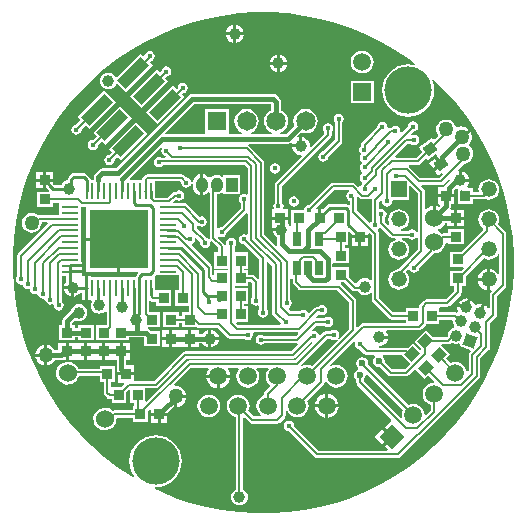
<source format=gbl>
G04*
G04 #@! TF.GenerationSoftware,Altium Limited,Altium Designer,20.0.7 (75)*
G04*
G04 Layer_Physical_Order=4*
G04 Layer_Color=16711680*
%FSLAX44Y44*%
%MOMM*%
G71*
G01*
G75*
%ADD14C,0.2000*%
%ADD19R,0.9652X0.8636*%
%ADD21R,0.8636X0.9652*%
%ADD38C,1.5240*%
%ADD47C,0.4000*%
%ADD50C,0.2790*%
%ADD51C,0.2290*%
%ADD52R,1.6500X1.6500*%
%ADD53C,1.6500*%
%ADD54C,1.5000*%
%ADD55P,1.4142X4X385.0*%
%ADD56C,1.0000*%
%ADD57R,1.3208X1.3208*%
%ADD58C,1.3208*%
%ADD59C,4.0000*%
%ADD60P,2.1213X4X90.0*%
%ADD61C,1.2700*%
%ADD62R,1.0000X1.2700*%
%ADD63O,1.0000X1.2700*%
%ADD64R,1.5000X1.5000*%
%ADD65C,0.4500*%
%ADD66C,0.6000*%
G04:AMPARAMS|DCode=96|XSize=2.8mm|YSize=1mm|CornerRadius=0mm|HoleSize=0mm|Usage=FLASHONLY|Rotation=45.000|XOffset=0mm|YOffset=0mm|HoleType=Round|Shape=Rectangle|*
%AMROTATEDRECTD96*
4,1,4,-0.6364,-1.3435,-1.3435,-0.6364,0.6364,1.3435,1.3435,0.6364,-0.6364,-1.3435,0.0*
%
%ADD96ROTATEDRECTD96*%

G04:AMPARAMS|DCode=97|XSize=0.8636mm|YSize=0.9652mm|CornerRadius=0mm|HoleSize=0mm|Usage=FLASHONLY|Rotation=135.000|XOffset=0mm|YOffset=0mm|HoleType=Round|Shape=Rectangle|*
%AMROTATEDRECTD97*
4,1,4,0.6466,0.0359,-0.0359,-0.6466,-0.6466,-0.0359,0.0359,0.6466,0.6466,0.0359,0.0*
%
%ADD97ROTATEDRECTD97*%

G04:AMPARAMS|DCode=98|XSize=0.8636mm|YSize=0.9652mm|CornerRadius=0mm|HoleSize=0mm|Usage=FLASHONLY|Rotation=125.000|XOffset=0mm|YOffset=0mm|HoleType=Round|Shape=Rectangle|*
%AMROTATEDRECTD98*
4,1,4,0.6430,-0.0769,-0.1477,-0.6305,-0.6430,0.0769,0.1477,0.6305,0.6430,-0.0769,0.0*
%
%ADD98ROTATEDRECTD98*%

%ADD99R,1.4732X0.2286*%
%ADD100R,0.2286X1.4732*%
%ADD101R,5.0038X5.0038*%
%ADD102R,0.6500X1.2500*%
G36*
X20804Y211224D02*
X34574Y209411D01*
X48196Y206701D01*
X61612Y203106D01*
X74763Y198642D01*
X87595Y193327D01*
X100052Y187184D01*
X112080Y180240D01*
X123628Y172523D01*
X128794Y168559D01*
X128204Y167411D01*
X127313Y167682D01*
X123000Y168106D01*
X118687Y167682D01*
X114540Y166424D01*
X110718Y164381D01*
X107368Y161632D01*
X104619Y158282D01*
X102576Y154460D01*
X101318Y150313D01*
X100894Y146000D01*
X101318Y141687D01*
X102576Y137540D01*
X104619Y133718D01*
X107368Y130368D01*
X110718Y127619D01*
X114540Y125576D01*
X118687Y124318D01*
X123000Y123894D01*
X127313Y124318D01*
X131460Y125576D01*
X135282Y127619D01*
X138632Y130368D01*
X141381Y133718D01*
X143424Y137540D01*
X144682Y141687D01*
X145106Y146000D01*
X144682Y150313D01*
X143424Y154460D01*
X143173Y154930D01*
X144167Y155719D01*
X145090Y154910D01*
X154910Y145090D01*
X164068Y134647D01*
X172523Y123628D01*
X180240Y112080D01*
X187184Y100052D01*
X193327Y87595D01*
X198642Y74763D01*
X203106Y61612D01*
X206701Y48196D01*
X209411Y34574D01*
X211224Y20804D01*
X212132Y6945D01*
Y-0D01*
Y-6945D01*
X211224Y-20804D01*
X209411Y-34574D01*
X206701Y-48196D01*
X203106Y-61612D01*
X198642Y-74764D01*
X193327Y-87595D01*
X187184Y-100052D01*
X180240Y-112080D01*
X172523Y-123628D01*
X164068Y-134647D01*
X154910Y-145090D01*
X145090Y-154910D01*
X134647Y-164068D01*
X123628Y-172523D01*
X112080Y-180240D01*
X100052Y-187184D01*
X87595Y-193327D01*
X74763Y-198642D01*
X61612Y-203106D01*
X48196Y-206701D01*
X34574Y-209411D01*
X20804Y-211224D01*
X6945Y-212132D01*
X-6945D01*
X-20804Y-211224D01*
X-34574Y-209411D01*
X-48196Y-206701D01*
X-61612Y-203106D01*
X-74764Y-198642D01*
X-87595Y-193327D01*
X-91725Y-191291D01*
X-91376Y-190069D01*
X-91000Y-190106D01*
X-86687Y-189682D01*
X-82540Y-188424D01*
X-78718Y-186381D01*
X-75368Y-183632D01*
X-72619Y-180282D01*
X-70576Y-176460D01*
X-69318Y-172313D01*
X-68894Y-168000D01*
X-69318Y-163687D01*
X-70576Y-159540D01*
X-72619Y-155718D01*
X-75368Y-152368D01*
X-78718Y-149619D01*
X-82540Y-147576D01*
X-86687Y-146318D01*
X-91000Y-145894D01*
X-95313Y-146318D01*
X-99460Y-147576D01*
X-103282Y-149619D01*
X-106632Y-152368D01*
X-109381Y-155718D01*
X-111424Y-159540D01*
X-112682Y-163687D01*
X-113106Y-168000D01*
X-112682Y-172313D01*
X-111424Y-176460D01*
X-109381Y-180282D01*
X-109266Y-180421D01*
X-110088Y-181390D01*
X-112080Y-180240D01*
X-123628Y-172523D01*
X-134647Y-164068D01*
X-145090Y-154910D01*
X-154910Y-145090D01*
X-164068Y-134647D01*
X-172523Y-123628D01*
X-180240Y-112080D01*
X-187184Y-100052D01*
X-193327Y-87595D01*
X-198642Y-74764D01*
X-203106Y-61612D01*
X-206701Y-48196D01*
X-209411Y-34574D01*
X-211224Y-20804D01*
X-212132Y-6945D01*
Y0D01*
Y6945D01*
X-211224Y20804D01*
X-209411Y34574D01*
X-206701Y48196D01*
X-203106Y61612D01*
X-198642Y74763D01*
X-193327Y87595D01*
X-187184Y100052D01*
X-180240Y112080D01*
X-172523Y123628D01*
X-164068Y134647D01*
X-154910Y145090D01*
X-145090Y154910D01*
X-134647Y164068D01*
X-123628Y172523D01*
X-112080Y180240D01*
X-100052Y187184D01*
X-87595Y193327D01*
X-74764Y198642D01*
X-61612Y203106D01*
X-48196Y206701D01*
X-34574Y209411D01*
X-20804Y211224D01*
X-6945Y212132D01*
X6945D01*
X20804Y211224D01*
D02*
G37*
%LPC*%
G36*
X-22730Y201438D02*
Y195270D01*
X-16562D01*
X-16654Y195968D01*
X-17414Y197803D01*
X-18622Y199378D01*
X-20198Y200586D01*
X-22032Y201346D01*
X-22730Y201438D01*
D02*
G37*
G36*
X-25270D02*
X-25968Y201346D01*
X-27803Y200586D01*
X-29378Y199378D01*
X-30586Y197803D01*
X-31346Y195968D01*
X-31438Y195270D01*
X-25270D01*
Y201438D01*
D02*
G37*
G36*
X-16562Y192730D02*
X-22730D01*
Y186562D01*
X-22032Y186654D01*
X-20198Y187414D01*
X-18622Y188622D01*
X-17414Y190198D01*
X-16654Y192032D01*
X-16562Y192730D01*
D02*
G37*
G36*
X-25270D02*
X-31438D01*
X-31346Y192032D01*
X-30586Y190198D01*
X-29378Y188622D01*
X-27803Y187414D01*
X-25968Y186654D01*
X-25270Y186562D01*
Y192730D01*
D02*
G37*
G36*
X-96000Y179333D02*
X-97658Y179003D01*
X-99064Y178064D01*
X-100003Y176658D01*
X-100189Y175725D01*
X-101567Y175307D01*
X-103515Y177255D01*
X-123595Y157175D01*
X-124644Y157383D01*
X-124951Y157615D01*
X-126007Y158992D01*
X-127470Y160114D01*
X-129172Y160819D01*
X-131000Y161060D01*
X-132827Y160819D01*
X-134530Y160114D01*
X-135992Y158992D01*
X-137114Y157530D01*
X-137819Y155827D01*
X-138060Y154000D01*
X-137819Y152172D01*
X-137114Y150470D01*
X-135992Y149007D01*
X-134530Y147885D01*
X-132827Y147180D01*
X-131000Y146939D01*
X-129172Y147180D01*
X-127470Y147885D01*
X-126007Y149007D01*
X-124885Y150470D01*
X-124562Y151251D01*
X-123064Y151549D01*
X-116243Y144728D01*
X-93615Y167355D01*
X-95967Y169707D01*
X-94761Y170913D01*
X-94342Y170997D01*
X-92936Y171936D01*
X-91997Y173342D01*
X-91667Y175000D01*
X-91997Y176658D01*
X-92936Y178064D01*
X-94342Y179003D01*
X-96000Y179333D01*
D02*
G37*
G36*
X14270Y176438D02*
Y170270D01*
X20438D01*
X20346Y170968D01*
X19586Y172803D01*
X18378Y174378D01*
X16803Y175586D01*
X14968Y176346D01*
X14270Y176438D01*
D02*
G37*
G36*
X11730D02*
X11032Y176346D01*
X9197Y175586D01*
X7622Y174378D01*
X6414Y172803D01*
X5654Y170968D01*
X5562Y170270D01*
X11730D01*
Y176438D01*
D02*
G37*
G36*
X20438Y167730D02*
X14270D01*
Y161562D01*
X14968Y161654D01*
X16803Y162414D01*
X18378Y163622D01*
X19586Y165198D01*
X20346Y167032D01*
X20438Y167730D01*
D02*
G37*
G36*
X11730D02*
X5562D01*
X5654Y167032D01*
X6414Y165198D01*
X7622Y163622D01*
X9197Y162414D01*
X11032Y161654D01*
X11730Y161562D01*
Y167730D01*
D02*
G37*
G36*
X-82000Y166333D02*
X-83658Y166003D01*
X-85064Y165064D01*
X-86003Y163658D01*
X-86333Y162000D01*
X-86332Y161994D01*
X-87293Y161033D01*
X-90080Y163820D01*
X-112707Y141192D01*
X-102808Y131293D01*
X-80180Y153920D01*
X-82967Y156707D01*
X-82006Y157668D01*
X-82000Y157667D01*
X-80342Y157997D01*
X-78936Y158936D01*
X-77997Y160342D01*
X-77667Y162000D01*
X-77997Y163658D01*
X-78936Y165064D01*
X-80342Y166003D01*
X-82000Y166333D01*
D02*
G37*
G36*
X84000Y179582D02*
X81520Y179255D01*
X79209Y178298D01*
X77225Y176775D01*
X75702Y174791D01*
X74745Y172480D01*
X74418Y170000D01*
X74745Y167520D01*
X75702Y165209D01*
X77225Y163225D01*
X79209Y161702D01*
X81520Y160744D01*
X84000Y160418D01*
X86480Y160744D01*
X88791Y161702D01*
X90775Y163225D01*
X92298Y165209D01*
X93256Y167520D01*
X93582Y170000D01*
X93256Y172480D01*
X92298Y174791D01*
X90775Y176775D01*
X88791Y178298D01*
X86480Y179255D01*
X84000Y179582D01*
D02*
G37*
G36*
X-68000Y152333D02*
X-69658Y152003D01*
X-71064Y151064D01*
X-72003Y149658D01*
X-72333Y148000D01*
X-72332Y147994D01*
X-73293Y147033D01*
X-76645Y150385D01*
X-99272Y127757D01*
X-89373Y117858D01*
X-66745Y140485D01*
X-68967Y142707D01*
X-68006Y143668D01*
X-68000Y143667D01*
X-66342Y143997D01*
X-64936Y144936D01*
X-63997Y146342D01*
X-63667Y148000D01*
X-63997Y149658D01*
X-64936Y151064D01*
X-66342Y152003D01*
X-68000Y152333D01*
D02*
G37*
G36*
X93500Y154100D02*
X74500D01*
Y135100D01*
X93500D01*
Y154100D01*
D02*
G37*
G36*
X-134627Y146142D02*
X-157255Y123515D01*
X-154468Y120728D01*
X-157994Y117202D01*
X-158000Y117203D01*
X-159658Y116874D01*
X-161064Y115934D01*
X-162003Y114528D01*
X-162333Y112870D01*
X-162003Y111212D01*
X-161064Y109806D01*
X-159658Y108867D01*
X-158000Y108537D01*
X-156342Y108867D01*
X-154936Y109806D01*
X-153997Y111212D01*
X-153667Y112870D01*
X-153668Y112876D01*
X-150142Y116402D01*
X-147355Y113615D01*
X-124728Y136243D01*
X-134627Y146142D01*
D02*
G37*
G36*
X-121192Y132707D02*
X-143820Y110080D01*
X-141033Y107293D01*
X-143994Y104332D01*
X-144000Y104333D01*
X-145658Y104003D01*
X-147064Y103064D01*
X-148003Y101658D01*
X-148333Y100000D01*
X-148003Y98342D01*
X-147064Y96936D01*
X-145658Y95997D01*
X-144000Y95667D01*
X-142342Y95997D01*
X-140936Y96936D01*
X-139996Y98342D01*
X-139667Y100000D01*
X-139668Y100006D01*
X-136707Y102967D01*
X-133920Y100180D01*
X-111293Y122808D01*
X-121192Y132707D01*
D02*
G37*
G36*
X55000Y118333D02*
X53342Y118003D01*
X51936Y117064D01*
X50997Y115658D01*
X50667Y114000D01*
X50997Y112342D01*
X51936Y110936D01*
X51941Y110932D01*
Y109267D01*
X40767Y98092D01*
X39564Y98686D01*
X39605Y99000D01*
X39346Y100968D01*
X38586Y102802D01*
X37378Y104378D01*
X35803Y105586D01*
X33968Y106346D01*
X33270Y106438D01*
Y99000D01*
X32000D01*
Y97730D01*
X24562D01*
X24654Y97032D01*
X25414Y95197D01*
X26622Y93622D01*
X28198Y92414D01*
X30032Y91654D01*
X32000Y91395D01*
X32315Y91436D01*
X32908Y90233D01*
X10837Y68163D01*
X10174Y67171D01*
X9941Y66000D01*
X9941Y66000D01*
Y51068D01*
X9936Y51064D01*
X8997Y49658D01*
X8667Y48000D01*
X8938Y46636D01*
X8237Y45366D01*
X7141D01*
Y39270D01*
X20857D01*
Y45366D01*
X17763D01*
X17062Y46636D01*
X17333Y48000D01*
X17003Y49658D01*
X16064Y51064D01*
X16059Y51068D01*
Y64733D01*
X57163Y105837D01*
X57163Y105837D01*
X57826Y106830D01*
X58059Y108000D01*
Y110932D01*
X58064Y110936D01*
X59003Y112342D01*
X59333Y114000D01*
X59003Y115658D01*
X58064Y117064D01*
X56658Y118003D01*
X55000Y118333D01*
D02*
G37*
G36*
X64000Y126333D02*
X62342Y126003D01*
X60936Y125064D01*
X59997Y123658D01*
X59667Y122000D01*
X59997Y120342D01*
X60936Y118936D01*
X60941Y118932D01*
Y104267D01*
X51006Y94332D01*
X51000Y94333D01*
X49342Y94003D01*
X47936Y93064D01*
X46997Y91658D01*
X46667Y90000D01*
X46997Y88342D01*
X47936Y86936D01*
X49342Y85997D01*
X51000Y85667D01*
X52658Y85997D01*
X54064Y86936D01*
X55003Y88342D01*
X55333Y90000D01*
X55332Y90006D01*
X66163Y100837D01*
X66826Y101830D01*
X67059Y103000D01*
Y118932D01*
X67064Y118936D01*
X68003Y120342D01*
X68333Y122000D01*
X68003Y123658D01*
X67064Y125064D01*
X65658Y126003D01*
X64000Y126333D01*
D02*
G37*
G36*
X-107757Y119272D02*
X-130385Y96645D01*
X-127598Y93858D01*
X-130124Y91332D01*
X-130130Y91333D01*
X-131789Y91003D01*
X-133194Y90064D01*
X-134134Y88658D01*
X-134463Y87000D01*
X-134134Y85342D01*
X-133194Y83936D01*
X-131789Y82997D01*
X-130130Y82667D01*
X-128472Y82997D01*
X-127066Y83936D01*
X-126127Y85342D01*
X-125797Y87000D01*
X-125798Y87006D01*
X-123272Y89532D01*
X-120485Y86745D01*
X-97858Y109373D01*
X-107757Y119272D01*
D02*
G37*
G36*
X8657Y143078D02*
X8657Y143078D01*
X-59985D01*
X-61546Y142768D01*
X-62869Y141884D01*
X-124675Y80078D01*
X-136000D01*
X-136000Y80078D01*
X-137561Y79768D01*
X-138884Y78884D01*
X-142384Y75384D01*
X-143268Y74061D01*
X-143579Y72500D01*
X-143579Y72500D01*
Y70514D01*
X-145817D01*
Y71054D01*
X-146404D01*
X-146538Y71727D01*
X-147233Y72768D01*
X-149733Y75267D01*
X-150773Y75963D01*
X-152000Y76207D01*
X-160000D01*
X-161227Y75963D01*
X-162267Y75267D01*
X-164638Y72896D01*
X-165333Y71856D01*
X-165578Y70629D01*
Y70397D01*
X-165968Y70346D01*
X-167803Y69586D01*
X-169378Y68378D01*
X-170586Y66803D01*
X-170833Y66207D01*
X-176671D01*
X-177634Y67170D01*
Y68731D01*
X-183730D01*
Y63143D01*
X-182677D01*
X-181121Y61587D01*
X-181647Y60317D01*
X-191826D01*
Y47681D01*
X-178174D01*
Y50941D01*
X-173661D01*
X-172514Y50643D01*
Y40559D01*
X-189604D01*
X-189604Y40559D01*
X-190579Y40365D01*
X-191789Y41294D01*
X-193820Y42135D01*
X-196000Y42422D01*
X-198180Y42135D01*
X-200211Y41294D01*
X-201955Y39955D01*
X-203294Y38211D01*
X-204135Y36180D01*
X-204422Y34000D01*
X-204135Y31820D01*
X-203294Y29789D01*
X-201955Y28045D01*
X-200211Y26706D01*
X-198180Y25865D01*
X-196000Y25578D01*
X-193820Y25865D01*
X-191789Y26706D01*
X-190045Y28045D01*
X-188706Y29789D01*
X-187865Y31820D01*
X-187578Y34000D01*
X-187191Y34441D01*
X-182544D01*
X-182058Y33268D01*
X-207163Y8163D01*
X-207826Y7171D01*
X-208059Y6000D01*
X-208059Y6000D01*
Y-10932D01*
X-208064Y-10936D01*
X-209003Y-12342D01*
X-209333Y-14000D01*
X-209003Y-15658D01*
X-208064Y-17064D01*
X-206658Y-18003D01*
X-205000Y-18333D01*
X-203342Y-18003D01*
X-203104Y-19152D01*
X-203003Y-19658D01*
X-202064Y-21064D01*
X-200658Y-22003D01*
X-199000Y-22333D01*
X-197342Y-22003D01*
X-197104Y-23152D01*
X-197003Y-23658D01*
X-196064Y-25064D01*
X-194658Y-26003D01*
X-193000Y-26333D01*
X-191522Y-26039D01*
X-191298Y-26032D01*
X-190183Y-26757D01*
X-190003Y-27658D01*
X-189064Y-29064D01*
X-187658Y-30003D01*
X-186000Y-30333D01*
X-185475Y-30229D01*
X-184333Y-31000D01*
X-184003Y-32658D01*
X-183064Y-34064D01*
X-181658Y-35003D01*
X-180000Y-35333D01*
X-178342Y-35003D01*
X-177300Y-35835D01*
X-177333Y-36000D01*
X-177003Y-37658D01*
X-176064Y-39064D01*
X-174658Y-40003D01*
X-173000Y-40333D01*
X-171342Y-40003D01*
X-169936Y-39064D01*
X-168997Y-37658D01*
X-168667Y-36000D01*
X-168997Y-34342D01*
X-169936Y-32936D01*
X-170455Y-32589D01*
Y-11183D01*
X-166610D01*
Y-15761D01*
X-166610Y-15761D01*
X-166584Y-15891D01*
X-167586Y-17198D01*
X-168346Y-19032D01*
X-168438Y-19730D01*
X-161000D01*
Y-21000D01*
X-159730D01*
Y-28438D01*
X-159032Y-28346D01*
X-157198Y-27586D01*
X-155622Y-26378D01*
X-154453Y-24854D01*
X-154326Y-24843D01*
X-153183Y-25247D01*
Y-31054D01*
X-150770D01*
Y-21148D01*
Y-11242D01*
X-151996D01*
X-153186Y-11186D01*
X-153242Y-9996D01*
Y-8770D01*
X-163148D01*
Y-6230D01*
X-153242D01*
Y-3770D01*
X-163148D01*
Y-1230D01*
X-153242D01*
Y1183D01*
X-153782D01*
Y14357D01*
Y24357D01*
Y34357D01*
Y47124D01*
X-153396Y47441D01*
X-149559D01*
Y21270D01*
X-122000D01*
Y20000D01*
X-120730D01*
Y-7559D01*
X-106271D01*
X-105785Y-8732D01*
X-106911Y-9858D01*
X-107606Y-10898D01*
X-107782Y-11782D01*
X-145817D01*
Y-11242D01*
X-148230D01*
Y-21148D01*
Y-31054D01*
X-145817D01*
X-145817Y-31054D01*
X-145817Y-31054D01*
X-145674Y-31112D01*
X-145205Y-32249D01*
X-145198Y-32672D01*
X-145820Y-34173D01*
X-146060Y-36000D01*
X-145820Y-37827D01*
X-145114Y-39530D01*
X-143992Y-40992D01*
X-142530Y-42115D01*
X-140827Y-42820D01*
X-139000Y-43060D01*
X-137173Y-42820D01*
X-135470Y-42115D01*
X-134008Y-40992D01*
X-133829Y-40760D01*
X-132559Y-41191D01*
Y-52681D01*
X-141826D01*
Y-65317D01*
X-128174D01*
Y-58271D01*
X-128096Y-58219D01*
X-126826Y-58898D01*
Y-65317D01*
X-113174D01*
Y-63077D01*
X-101200D01*
X-100826Y-63451D01*
Y-70319D01*
X-87174D01*
Y-57683D01*
X-95058D01*
X-96626Y-56115D01*
X-97416Y-55587D01*
X-97031Y-54317D01*
X-87174D01*
Y-41681D01*
X-96441D01*
Y-32682D01*
X-96219Y-32576D01*
X-95171Y-32281D01*
X-94356Y-32826D01*
X-93185Y-33059D01*
X-93185Y-33059D01*
X-90319D01*
Y-36826D01*
X-77683D01*
Y-23174D01*
X-90319D01*
X-91298Y-22471D01*
Y-21291D01*
X-91298Y-21291D01*
X-91357Y-20995D01*
Y-11782D01*
X-91357D01*
X-91177Y-10823D01*
X-90218Y-10643D01*
Y-10643D01*
X-71486D01*
X-71058Y-11736D01*
Y-23174D01*
X-74317D01*
Y-36826D01*
X-63059D01*
Y-41681D01*
X-68826D01*
Y-44940D01*
X-71174D01*
Y-41681D01*
X-84826D01*
Y-54317D01*
X-71174D01*
Y-51058D01*
X-68826D01*
Y-54317D01*
X-55932D01*
X-55171Y-54826D01*
X-54000Y-55059D01*
X-38267D01*
X-30163Y-63163D01*
X-30163Y-63163D01*
X-29170Y-63826D01*
X-28000Y-64059D01*
X-28000Y-64059D01*
X-16068D01*
X-16064Y-64064D01*
X-14658Y-65003D01*
X-13000Y-65333D01*
X-11342Y-65003D01*
X-9936Y-64064D01*
X-8997Y-62658D01*
X-8667Y-61000D01*
X-8883Y-59915D01*
X-8051Y-58645D01*
X29233D01*
X29759Y-59915D01*
X27733Y-61941D01*
X1068D01*
X1064Y-61936D01*
X-342Y-60997D01*
X-2000Y-60667D01*
X-3658Y-60997D01*
X-5064Y-61936D01*
X-6003Y-63342D01*
X-6333Y-65000D01*
X-6003Y-66658D01*
X-5064Y-68064D01*
X-3658Y-69003D01*
X-2000Y-69333D01*
X-342Y-69003D01*
X1064Y-68064D01*
X1068Y-68059D01*
X28819D01*
X29141Y-68487D01*
X29400Y-69274D01*
X23733Y-74941D01*
X-66000D01*
X-66000Y-74941D01*
X-67171Y-75174D01*
X-68163Y-75837D01*
X-68163Y-75837D01*
X-92267Y-99941D01*
X-109141D01*
Y-95270D01*
X-115999D01*
X-122857D01*
Y-101366D01*
X-117860D01*
X-117374Y-102540D01*
X-120009Y-105174D01*
X-128319D01*
X-128942Y-104162D01*
Y-100826D01*
X-125683D01*
Y-87174D01*
X-138319D01*
Y-89698D01*
X-156496D01*
X-156598Y-89353D01*
X-157921Y-87193D01*
X-159759Y-85450D01*
X-161985Y-84241D01*
X-164448Y-83650D01*
X-166980Y-83716D01*
X-169408Y-84436D01*
X-171568Y-85759D01*
X-173312Y-87596D01*
X-174520Y-89822D01*
X-175112Y-92285D01*
X-175046Y-94818D01*
X-174326Y-97246D01*
X-173003Y-99406D01*
X-171165Y-101150D01*
X-168939Y-102358D01*
X-166476Y-102949D01*
X-163944Y-102883D01*
X-161515Y-102164D01*
X-159356Y-100840D01*
X-157612Y-99003D01*
X-156403Y-96777D01*
X-156173Y-95816D01*
X-138319D01*
Y-100826D01*
X-135060D01*
Y-110001D01*
X-135060Y-110001D01*
X-134827Y-111172D01*
X-134164Y-112164D01*
X-132165Y-114163D01*
X-131173Y-114826D01*
X-130002Y-115059D01*
X-128319D01*
Y-118826D01*
X-115683D01*
Y-109500D01*
X-113490Y-107307D01*
X-112317Y-107793D01*
Y-118826D01*
X-109058D01*
Y-121174D01*
X-110319D01*
Y-124941D01*
X-126417D01*
X-127415Y-125140D01*
X-128293Y-124307D01*
X-130519Y-123098D01*
X-132982Y-122507D01*
X-135514Y-122573D01*
X-137942Y-123293D01*
X-140102Y-124616D01*
X-141846Y-126454D01*
X-143054Y-128680D01*
X-143646Y-131143D01*
X-143579Y-133675D01*
X-142860Y-136103D01*
X-141537Y-138263D01*
X-139699Y-140007D01*
X-137473Y-141215D01*
X-135010Y-141807D01*
X-132478Y-141741D01*
X-130049Y-141021D01*
X-127890Y-139698D01*
X-126146Y-137860D01*
X-124937Y-135634D01*
X-124346Y-133171D01*
X-124378Y-131969D01*
X-123491Y-131059D01*
X-110319D01*
Y-134826D01*
X-97683D01*
Y-125500D01*
X-96030Y-123847D01*
X-94857Y-124333D01*
Y-126730D01*
X-87999D01*
X-80961D01*
X-75942Y-121711D01*
X-75270Y-121799D01*
Y-113000D01*
X-74000D01*
Y-111730D01*
X-65201D01*
X-65339Y-110679D01*
X-66235Y-108517D01*
X-67660Y-106660D01*
X-69517Y-105235D01*
X-71679Y-104339D01*
X-74000Y-104033D01*
X-74484Y-104097D01*
X-75077Y-102894D01*
X-60742Y-88559D01*
X-46546D01*
X-45920Y-89829D01*
X-46770Y-90937D01*
X-47782Y-93379D01*
X-47959Y-94730D01*
X-28041D01*
X-28218Y-93379D01*
X-29230Y-90937D01*
X-30080Y-89829D01*
X-29454Y-88559D01*
X-20865D01*
X-20239Y-89829D01*
X-21298Y-91209D01*
X-22255Y-93520D01*
X-22582Y-96000D01*
X-22255Y-98480D01*
X-21298Y-100791D01*
X-19775Y-102775D01*
X-17791Y-104298D01*
X-15480Y-105255D01*
X-13000Y-105582D01*
X-10520Y-105255D01*
X-8209Y-104298D01*
X-6224Y-102775D01*
X-4702Y-100791D01*
X-3744Y-98480D01*
X-3418Y-96000D01*
X-3744Y-93520D01*
X-4702Y-91209D01*
X-5761Y-89829D01*
X-5135Y-88559D01*
X4135D01*
X4761Y-89829D01*
X3702Y-91209D01*
X2745Y-93520D01*
X2418Y-96000D01*
X2745Y-98480D01*
X3702Y-100791D01*
X5225Y-102775D01*
X5974Y-103350D01*
X6057Y-104618D01*
X1837Y-108837D01*
X1174Y-109830D01*
X941Y-111000D01*
X941Y-111000D01*
Y-111984D01*
X-791Y-112702D01*
X-2776Y-114225D01*
X-4298Y-116209D01*
X-5256Y-118520D01*
X-5582Y-121000D01*
X-5256Y-123480D01*
X-4298Y-125791D01*
X-2776Y-127775D01*
X-1608Y-128671D01*
X-2039Y-129941D01*
X-7733D01*
X-12462Y-125212D01*
X-11745Y-123480D01*
X-11418Y-121000D01*
X-11745Y-118520D01*
X-12702Y-116209D01*
X-14225Y-114225D01*
X-16209Y-112702D01*
X-18520Y-111744D01*
X-21000Y-111418D01*
X-23480Y-111744D01*
X-25791Y-112702D01*
X-27775Y-114225D01*
X-29298Y-116209D01*
X-30255Y-118520D01*
X-30582Y-121000D01*
X-30255Y-123480D01*
X-29298Y-125791D01*
X-27775Y-127775D01*
X-25791Y-129298D01*
X-23480Y-130255D01*
X-23059Y-130311D01*
Y-191690D01*
X-23530Y-191886D01*
X-24992Y-193008D01*
X-26114Y-194470D01*
X-26820Y-196173D01*
X-27060Y-198000D01*
X-26820Y-199827D01*
X-26114Y-201530D01*
X-24992Y-202992D01*
X-23530Y-204114D01*
X-21827Y-204820D01*
X-20000Y-205060D01*
X-18173Y-204820D01*
X-16470Y-204114D01*
X-15008Y-202992D01*
X-13886Y-201530D01*
X-13180Y-199827D01*
X-12940Y-198000D01*
X-13180Y-196173D01*
X-13886Y-194470D01*
X-15008Y-193008D01*
X-16470Y-191886D01*
X-16941Y-191690D01*
Y-131181D01*
X-15671Y-130654D01*
X-11163Y-135163D01*
X-10171Y-135826D01*
X-9000Y-136059D01*
X-9000Y-136059D01*
X12000D01*
X12000Y-136059D01*
X13170Y-135826D01*
X14163Y-135163D01*
X18163Y-131163D01*
X18163Y-131163D01*
X18826Y-130171D01*
X19059Y-129000D01*
Y-125143D01*
X20329Y-124890D01*
X20702Y-125791D01*
X22225Y-127775D01*
X24209Y-129298D01*
X26520Y-130255D01*
X29000Y-130582D01*
X31480Y-130255D01*
X33791Y-129298D01*
X35775Y-127775D01*
X37298Y-125791D01*
X38255Y-123480D01*
X38582Y-121000D01*
X38255Y-118520D01*
X37538Y-116788D01*
X51163Y-103163D01*
X51163Y-103163D01*
X51826Y-102170D01*
X52059Y-101000D01*
X52286Y-100692D01*
X53702Y-100791D01*
X55225Y-102775D01*
X57209Y-104298D01*
X59520Y-105255D01*
X62000Y-105582D01*
X64480Y-105255D01*
X66791Y-104298D01*
X68776Y-102775D01*
X70298Y-100791D01*
X71255Y-98480D01*
X71582Y-96000D01*
X71255Y-93520D01*
X70298Y-91209D01*
X68776Y-89225D01*
X66791Y-87702D01*
X64480Y-86744D01*
X62000Y-86418D01*
X59520Y-86744D01*
X57569Y-87553D01*
X56850Y-86476D01*
X77446Y-65880D01*
X78433Y-66689D01*
X77997Y-67342D01*
X77667Y-69000D01*
X77997Y-70658D01*
X78936Y-72064D01*
X80342Y-73003D01*
X82000Y-73333D01*
X82006Y-73332D01*
X85837Y-77163D01*
X86830Y-77826D01*
X88000Y-78059D01*
X88000Y-78059D01*
X94109D01*
X94495Y-79329D01*
X94395Y-79395D01*
X93290Y-81049D01*
X92902Y-83000D01*
X93290Y-84951D01*
X94395Y-86605D01*
X96049Y-87710D01*
X98000Y-88098D01*
X98644Y-87970D01*
X105837Y-95163D01*
X106830Y-95826D01*
X108000Y-96059D01*
X108000Y-96059D01*
X121034D01*
X121034Y-96059D01*
X122205Y-95826D01*
X123197Y-95163D01*
X128853Y-89507D01*
X137298Y-97952D01*
X139962Y-95288D01*
X144969Y-100295D01*
X144439Y-101561D01*
X142441Y-101824D01*
X140130Y-102781D01*
X138146Y-104304D01*
X136623Y-106288D01*
X135666Y-108599D01*
X135339Y-111079D01*
X135666Y-113559D01*
X136623Y-115870D01*
X138146Y-117854D01*
X140130Y-119377D01*
X141862Y-120095D01*
Y-124661D01*
X137784Y-128740D01*
X136443Y-128284D01*
X136216Y-126559D01*
X135259Y-124249D01*
X133736Y-122264D01*
X131751Y-120741D01*
X129440Y-119784D01*
X126960Y-119458D01*
X124480Y-119784D01*
X123130Y-120344D01*
X88880Y-86094D01*
X89098Y-85000D01*
X88710Y-83049D01*
X87605Y-81395D01*
X85951Y-80290D01*
X84000Y-79902D01*
X82049Y-80290D01*
X80395Y-81395D01*
X79290Y-83049D01*
X78902Y-85000D01*
X79290Y-86951D01*
X80395Y-88605D01*
X80766Y-88853D01*
X80498Y-90201D01*
X80049Y-90290D01*
X78395Y-91395D01*
X77290Y-93049D01*
X76902Y-95000D01*
X77290Y-96951D01*
X78395Y-98605D01*
X78941Y-98970D01*
Y-101000D01*
X78941Y-101000D01*
X79174Y-102170D01*
X79837Y-103163D01*
X108438Y-131764D01*
X108340Y-133462D01*
X102799Y-139003D01*
X109898Y-146102D01*
X109000Y-147000D01*
X109898Y-147898D01*
X102799Y-154997D01*
X105569Y-157768D01*
X105083Y-158941D01*
X47267D01*
X26332Y-138006D01*
X26333Y-138000D01*
X26003Y-136342D01*
X25064Y-134936D01*
X23658Y-133997D01*
X22000Y-133667D01*
X20342Y-133997D01*
X18936Y-134936D01*
X17997Y-136342D01*
X17667Y-138000D01*
X17997Y-139658D01*
X18936Y-141064D01*
X20342Y-142003D01*
X22000Y-142333D01*
X22006Y-142332D01*
X43837Y-164163D01*
X44830Y-164826D01*
X46000Y-165059D01*
X46000Y-165059D01*
X114000D01*
X114000Y-165059D01*
X115170Y-164826D01*
X116163Y-164163D01*
X132663Y-147662D01*
X132884Y-147619D01*
X133876Y-146955D01*
X183163Y-97669D01*
X183826Y-96677D01*
X184059Y-95506D01*
Y-80744D01*
X191163Y-73640D01*
X191826Y-72648D01*
X192059Y-71477D01*
Y-51267D01*
X197163Y-46163D01*
X197163Y-46163D01*
X197826Y-45170D01*
X198059Y-44000D01*
X198059Y-44000D01*
Y-28267D01*
X205163Y-21163D01*
X205826Y-20171D01*
X206059Y-19000D01*
Y24800D01*
X205826Y25970D01*
X205163Y26963D01*
X205163Y26963D01*
X198852Y33274D01*
X199382Y34554D01*
X199678Y36800D01*
X199382Y39046D01*
X198515Y41139D01*
X197136Y42937D01*
X195339Y44316D01*
X193246Y45183D01*
X191000Y45478D01*
X188754Y45183D01*
X186661Y44316D01*
X184863Y42937D01*
X183484Y41139D01*
X182617Y39046D01*
X182322Y36800D01*
X182617Y34554D01*
X183484Y32461D01*
X184863Y30664D01*
X186275Y29580D01*
X186344Y28163D01*
X167500Y9319D01*
X158174D01*
Y-3317D01*
X169207D01*
X169693Y-4490D01*
X167500Y-6683D01*
X158174D01*
Y-19319D01*
X161941D01*
Y-23733D01*
X154733Y-30941D01*
X138000D01*
X138000Y-30941D01*
X136830Y-31174D01*
X135837Y-31837D01*
X135837Y-31837D01*
X132837Y-34837D01*
X132174Y-35830D01*
X131941Y-37000D01*
X131828Y-38174D01*
X120681D01*
Y-41941D01*
X110397D01*
X98059Y-29603D01*
Y24575D01*
X97826Y25746D01*
X97163Y26738D01*
X97163Y26738D01*
X97027Y26874D01*
X97283Y28414D01*
X98064Y28936D01*
X98416Y29462D01*
X100051Y29623D01*
X107837Y21837D01*
X108829Y21174D01*
X110000Y20941D01*
X110000Y20941D01*
X112032D01*
X112285Y19671D01*
X110461Y18916D01*
X108663Y17536D01*
X107284Y15739D01*
X106417Y13646D01*
X106122Y11400D01*
X106417Y9154D01*
X107284Y7061D01*
X108663Y5264D01*
X110461Y3884D01*
X112554Y3018D01*
X114800Y2722D01*
X117046Y3018D01*
X119139Y3884D01*
X120936Y5264D01*
X122315Y7061D01*
X123182Y9154D01*
X123478Y11400D01*
X123182Y13646D01*
X122315Y15739D01*
X120936Y17536D01*
X119139Y18916D01*
X117315Y19671D01*
X117568Y20941D01*
X122932D01*
X122936Y20936D01*
X124342Y19997D01*
X126000Y19667D01*
X127658Y19997D01*
X129064Y20936D01*
X129671Y21845D01*
X130941Y21459D01*
Y11267D01*
X114285Y-5390D01*
X112554Y-5617D01*
X110461Y-6484D01*
X108663Y-7864D01*
X107284Y-9661D01*
X106417Y-11754D01*
X106122Y-14000D01*
X106417Y-16246D01*
X107284Y-18339D01*
X108663Y-20136D01*
X110461Y-21516D01*
X112554Y-22382D01*
X114800Y-22678D01*
X117046Y-22382D01*
X119139Y-21516D01*
X120936Y-20136D01*
X122315Y-18339D01*
X123182Y-16246D01*
X123478Y-14000D01*
X123182Y-11754D01*
X122315Y-9661D01*
X120936Y-7864D01*
X120907Y-7419D01*
X122778Y-5548D01*
X124184Y-5938D01*
X124936Y-7064D01*
X126342Y-8003D01*
X128000Y-8333D01*
X129658Y-8003D01*
X131064Y-7064D01*
X132003Y-5658D01*
X132333Y-4000D01*
X132332Y-3994D01*
X144163Y7837D01*
X144163Y7837D01*
X144513Y8361D01*
X145000Y8297D01*
X147511Y8628D01*
X149851Y9597D01*
X151861Y11139D01*
X153403Y13149D01*
X154372Y15489D01*
X154571Y16998D01*
X155962Y17831D01*
X156174Y17751D01*
Y15681D01*
X169826D01*
Y28317D01*
X156174D01*
Y25058D01*
X152582D01*
X152582Y25058D01*
X151806Y24904D01*
X149851Y26403D01*
X148361Y27020D01*
Y28395D01*
X150124Y29125D01*
X152246Y30754D01*
X153875Y32876D01*
X154308Y33922D01*
X155634D01*
Y31143D01*
X161730D01*
Y38001D01*
Y44859D01*
X159239D01*
X158560Y46129D01*
X158767Y46438D01*
X159078Y47999D01*
X159078Y47999D01*
Y49634D01*
X161857D01*
Y55730D01*
X148141D01*
Y49634D01*
X149207D01*
X149693Y48461D01*
X148698Y47466D01*
X147652Y47899D01*
X146270Y48081D01*
Y38000D01*
X143730D01*
Y48081D01*
X142348Y47899D01*
X139876Y46875D01*
X138329Y45687D01*
X137059Y46314D01*
Y60451D01*
X136826Y61621D01*
X136163Y62613D01*
X136163Y62614D01*
X134008Y64768D01*
X134494Y65941D01*
X151000D01*
X151000Y65941D01*
X152170Y66174D01*
X153163Y66837D01*
X157339Y71013D01*
X158698Y70576D01*
X158714Y70481D01*
X154433Y66201D01*
X153549Y64878D01*
X153447Y64366D01*
X148141D01*
Y58270D01*
X161857D01*
Y62089D01*
X163188Y63421D01*
X163197Y63414D01*
X164683Y62799D01*
Y61122D01*
X164624Y60826D01*
X164683Y60531D01*
Y50174D01*
X177319D01*
Y53941D01*
X186800D01*
X186800Y53941D01*
X187918Y54164D01*
X188754Y53818D01*
X191000Y53522D01*
X193246Y53818D01*
X195339Y54685D01*
X197136Y56064D01*
X198515Y57861D01*
X199382Y59954D01*
X199678Y62200D01*
X199382Y64446D01*
X198515Y66539D01*
X197136Y68337D01*
X195339Y69716D01*
X193246Y70583D01*
X191000Y70878D01*
X188754Y70583D01*
X186661Y69716D01*
X184863Y68337D01*
X183484Y66539D01*
X182617Y64446D01*
X182322Y62200D01*
X182478Y61014D01*
X181640Y60059D01*
X177319D01*
Y63826D01*
X173345D01*
X172741Y65096D01*
X173586Y66198D01*
X174346Y68032D01*
X174438Y68730D01*
X167000D01*
Y70000D01*
X165730D01*
Y77438D01*
X165534Y77412D01*
X164941Y78615D01*
X170137Y83811D01*
X170303Y83804D01*
X172449Y84279D01*
X174400Y85295D01*
X176021Y86780D01*
X177202Y88634D01*
X177863Y90731D01*
X177959Y92928D01*
X177483Y95074D01*
X176468Y97024D01*
X174982Y98645D01*
X174388Y99024D01*
X174277Y100289D01*
X174887Y100848D01*
X176145Y102822D01*
X176849Y105055D01*
X176951Y107393D01*
X176444Y109679D01*
X175955Y110619D01*
X168747Y105571D01*
X167290Y107652D01*
X174498Y112699D01*
X173782Y113481D01*
X171808Y114738D01*
X169576Y115442D01*
X167237Y115544D01*
X164952Y115038D01*
X164218Y114656D01*
X163067Y115192D01*
X162914Y115880D01*
X161899Y117831D01*
X160414Y119452D01*
X158559Y120633D01*
X156462Y121294D01*
X154266Y121390D01*
X152120Y120914D01*
X150169Y119899D01*
X148548Y118414D01*
X147367Y116559D01*
X146706Y114462D01*
X146610Y112266D01*
X147086Y110119D01*
X148101Y108169D01*
X148388Y107857D01*
X145229Y104698D01*
X143964Y104809D01*
X143378Y105645D01*
X132196Y97814D01*
X134728Y94197D01*
X129590Y89059D01*
X112125D01*
X111639Y90232D01*
X122348Y100941D01*
X124932D01*
X124936Y100936D01*
X126342Y99997D01*
X128000Y99667D01*
X129658Y99997D01*
X131064Y100936D01*
X132003Y102342D01*
X132333Y104000D01*
X132003Y105658D01*
X131064Y107064D01*
X129658Y108003D01*
X128000Y108333D01*
X126342Y108003D01*
X125642Y107536D01*
X125197Y107651D01*
X124813Y109063D01*
X126868Y111118D01*
X127000Y111091D01*
X128658Y111421D01*
X130064Y112361D01*
X131003Y113766D01*
X131333Y115425D01*
X131003Y117083D01*
X130064Y118489D01*
X128658Y119428D01*
X127000Y119758D01*
X125342Y119428D01*
X123936Y118489D01*
X122997Y117083D01*
X122702Y115604D01*
X117263Y110164D01*
X116093Y110790D01*
X116333Y112000D01*
X116003Y113658D01*
X115064Y115064D01*
X113658Y116003D01*
X112000Y116333D01*
X110342Y116003D01*
X108936Y115064D01*
X108613Y114580D01*
X108097D01*
X108097Y114580D01*
X106926Y114348D01*
X106433Y114018D01*
X105290Y114781D01*
X105333Y115000D01*
X105003Y116658D01*
X104064Y118064D01*
X102658Y119003D01*
X101000Y119333D01*
X99342Y119003D01*
X97936Y118064D01*
X96997Y116658D01*
X96667Y115000D01*
X96668Y114994D01*
X83837Y102163D01*
X83174Y101171D01*
X82941Y100000D01*
X82941Y100000D01*
Y99351D01*
X82511Y99064D01*
X81572Y97658D01*
X81242Y96000D01*
X81572Y94342D01*
X82511Y92936D01*
X82936Y92652D01*
Y92064D01*
X81997Y90658D01*
X81667Y89000D01*
X81997Y87342D01*
X82936Y85936D01*
X83386Y85635D01*
Y84365D01*
X82936Y84064D01*
X81997Y82658D01*
X81667Y81000D01*
X81997Y79342D01*
X82936Y77936D01*
X84029Y77206D01*
X84108Y76904D01*
Y76096D01*
X84029Y75794D01*
X82936Y75064D01*
X81997Y73658D01*
X81667Y72000D01*
X81997Y70342D01*
X82936Y68936D01*
X83856Y68321D01*
X84114Y67579D01*
X84110Y67105D01*
X84029Y66794D01*
X82936Y66064D01*
X82184Y64938D01*
X80778Y64548D01*
X78163Y67163D01*
X77171Y67826D01*
X76000Y68059D01*
X76000Y68059D01*
X59000D01*
X57829Y67826D01*
X56837Y67163D01*
X39006Y49332D01*
X39000Y49333D01*
X37342Y49003D01*
X35936Y48064D01*
X34997Y46658D01*
X34667Y45000D01*
X34524Y44826D01*
X23683D01*
Y32400D01*
X23683Y32380D01*
X23683Y32380D01*
X23683Y32135D01*
X22413Y31462D01*
X22272Y31519D01*
X22086Y31967D01*
X20878Y33542D01*
X20857Y33558D01*
Y36730D01*
X7141D01*
Y30634D01*
X7141D01*
X8003Y29434D01*
X15500D01*
Y26894D01*
X8062D01*
X8154Y26196D01*
X8914Y24362D01*
X10123Y22786D01*
X11698Y21578D01*
X11922Y21485D01*
Y16000D01*
X11922Y16000D01*
X12128Y14965D01*
X11539Y14510D01*
X10957Y14339D01*
X1059Y24237D01*
Y85000D01*
X1059Y85000D01*
X826Y86171D01*
X163Y87163D01*
X-11837Y99163D01*
X-12569Y99652D01*
X-12324Y100922D01*
X21000D01*
X21000Y100922D01*
X22561Y101232D01*
X23705Y101997D01*
X24227Y101756D01*
X24753Y101206D01*
X24654Y100968D01*
X24562Y100270D01*
X30730D01*
Y106438D01*
X30032Y106346D01*
X29823Y106260D01*
X29104Y107336D01*
X32234Y110466D01*
X33324Y110014D01*
X36000Y109662D01*
X38676Y110014D01*
X41169Y111047D01*
X43310Y112690D01*
X44953Y114831D01*
X45986Y117325D01*
X46338Y120000D01*
X45986Y122676D01*
X44953Y125169D01*
X43310Y127311D01*
X41169Y128954D01*
X38676Y129986D01*
X36000Y130339D01*
X33324Y129986D01*
X30831Y128954D01*
X28690Y127311D01*
X27047Y125169D01*
X26014Y122676D01*
X25661Y120000D01*
X26014Y117325D01*
X26466Y116233D01*
X19311Y109078D01*
X14735D01*
X14483Y110348D01*
X16169Y111047D01*
X18310Y112690D01*
X19953Y114831D01*
X20986Y117325D01*
X21338Y120000D01*
X20986Y122676D01*
X19953Y125169D01*
X18310Y127311D01*
X16169Y128954D01*
X15079Y129405D01*
Y136657D01*
X14768Y138218D01*
X13884Y139541D01*
X13884Y139541D01*
X11541Y141884D01*
X10218Y142768D01*
X9959Y142819D01*
X8657Y143078D01*
D02*
G37*
G36*
X10000Y84333D02*
X8342Y84003D01*
X6936Y83064D01*
X5997Y81658D01*
X5667Y80000D01*
X5997Y78342D01*
X6936Y76936D01*
X8342Y75997D01*
X10000Y75667D01*
X11658Y75997D01*
X13064Y76936D01*
X14003Y78342D01*
X14333Y80000D01*
X14003Y81658D01*
X13064Y83064D01*
X11658Y84003D01*
X10000Y84333D01*
D02*
G37*
G36*
X-177634Y76859D02*
X-183730D01*
Y71271D01*
X-177634D01*
Y76859D01*
D02*
G37*
G36*
X-186270D02*
X-192366D01*
Y71271D01*
X-186270D01*
Y76859D01*
D02*
G37*
G36*
X168270Y77438D02*
Y71270D01*
X174438D01*
X174346Y71968D01*
X173586Y73802D01*
X172378Y75378D01*
X170802Y76586D01*
X168968Y77346D01*
X168270Y77438D01*
D02*
G37*
G36*
X-186270Y68731D02*
X-192366D01*
Y63143D01*
X-186270D01*
Y68731D01*
D02*
G37*
G36*
X26000Y56333D02*
X24342Y56003D01*
X22936Y55064D01*
X21997Y53658D01*
X21667Y52000D01*
X21997Y50342D01*
X22936Y48936D01*
X24342Y47997D01*
X26000Y47667D01*
X27658Y47997D01*
X29064Y48936D01*
X30003Y50342D01*
X30333Y52000D01*
X30003Y53658D01*
X29064Y55064D01*
X27658Y56003D01*
X26000Y56333D01*
D02*
G37*
G36*
X170366Y44859D02*
X164270D01*
Y39271D01*
X170366D01*
Y44859D01*
D02*
G37*
G36*
Y36731D02*
X164270D01*
Y31143D01*
X170366D01*
Y36731D01*
D02*
G37*
G36*
X-123270Y18730D02*
X-149559D01*
Y-7559D01*
X-123270D01*
Y18730D01*
D02*
G37*
G36*
X-162270Y-22270D02*
X-168438D01*
X-168346Y-22968D01*
X-167586Y-24802D01*
X-166378Y-26378D01*
X-164802Y-27586D01*
X-162968Y-28346D01*
X-162270Y-28438D01*
Y-22270D01*
D02*
G37*
G36*
X-156000Y-34940D02*
X-157827Y-35180D01*
X-159530Y-35886D01*
X-160992Y-37008D01*
X-162115Y-38470D01*
X-162735Y-39967D01*
X-168884Y-46116D01*
X-169768Y-47439D01*
X-170078Y-49000D01*
X-170078Y-49000D01*
Y-52681D01*
X-172826D01*
Y-65317D01*
X-159174D01*
Y-63077D01*
X-156826D01*
Y-65317D01*
X-143174D01*
Y-52681D01*
X-156826D01*
Y-54920D01*
X-159174D01*
Y-52681D01*
X-161922D01*
Y-50689D01*
X-159401Y-48168D01*
X-157827Y-48820D01*
X-156000Y-49060D01*
X-154173Y-48820D01*
X-152470Y-48115D01*
X-151007Y-46992D01*
X-149886Y-45530D01*
X-149180Y-43827D01*
X-148940Y-42000D01*
X-149180Y-40173D01*
X-149886Y-38470D01*
X-151007Y-37008D01*
X-152470Y-35886D01*
X-154173Y-35180D01*
X-156000Y-34940D01*
D02*
G37*
G36*
X-46270Y-56562D02*
X-46968Y-56654D01*
X-48802Y-57414D01*
X-50378Y-58622D01*
X-51375Y-59922D01*
X-54634D01*
Y-57143D01*
X-60730D01*
Y-64001D01*
Y-70859D01*
X-54634D01*
Y-68079D01*
X-51374D01*
X-50378Y-69378D01*
X-48802Y-70586D01*
X-46968Y-71346D01*
X-46270Y-71438D01*
Y-64000D01*
Y-56562D01*
D02*
G37*
G36*
X-43730D02*
Y-62730D01*
X-37562D01*
X-37654Y-62032D01*
X-38414Y-60198D01*
X-39622Y-58622D01*
X-41198Y-57414D01*
X-43032Y-56654D01*
X-43730Y-56562D01*
D02*
G37*
G36*
X-79270Y-57143D02*
X-85366D01*
Y-62731D01*
X-79270D01*
Y-57143D01*
D02*
G37*
G36*
Y-65271D02*
X-85366D01*
Y-70859D01*
X-79270D01*
Y-65271D01*
D02*
G37*
G36*
X-70634Y-57143D02*
Y-57143D01*
X-76730D01*
Y-64001D01*
Y-70859D01*
X-70634D01*
Y-70859D01*
X-69366D01*
Y-70859D01*
X-63270D01*
Y-64001D01*
Y-57143D01*
X-69366D01*
Y-57143D01*
X-70634D01*
D02*
G37*
G36*
X-37562Y-65270D02*
X-43730D01*
Y-71438D01*
X-43032Y-71346D01*
X-41198Y-70586D01*
X-39622Y-69378D01*
X-38414Y-67803D01*
X-37654Y-65968D01*
X-37562Y-65270D01*
D02*
G37*
G36*
X-112634Y-68143D02*
X-118730D01*
Y-73731D01*
X-112634D01*
Y-68143D01*
D02*
G37*
G36*
X-167270D02*
X-173366D01*
Y-73922D01*
X-176067D01*
X-176235Y-73517D01*
X-177660Y-71660D01*
X-179517Y-70235D01*
X-181679Y-69339D01*
X-182730Y-69201D01*
Y-78000D01*
Y-86799D01*
X-181679Y-86661D01*
X-179517Y-85765D01*
X-177660Y-84340D01*
X-176235Y-82483D01*
X-176067Y-82078D01*
X-171169D01*
X-171169Y-82078D01*
X-170065Y-81859D01*
X-167270D01*
Y-75001D01*
Y-68143D01*
D02*
G37*
G36*
X-185270Y-69201D02*
X-186321Y-69339D01*
X-188483Y-70235D01*
X-190340Y-71660D01*
X-191765Y-73517D01*
X-192661Y-75679D01*
X-192799Y-76730D01*
X-185270D01*
Y-69201D01*
D02*
G37*
G36*
X-158634Y-68143D02*
Y-68143D01*
X-164730D01*
Y-75001D01*
Y-81859D01*
X-158634D01*
Y-81859D01*
X-157366D01*
Y-81859D01*
X-151270D01*
Y-75001D01*
Y-68143D01*
X-157366D01*
Y-68143D01*
X-158634D01*
D02*
G37*
G36*
X-142634D02*
Y-68143D01*
X-148730D01*
Y-75001D01*
Y-81859D01*
X-142634D01*
Y-81859D01*
X-142366Y-81859D01*
Y-81859D01*
X-136270D01*
Y-75001D01*
Y-68143D01*
X-142366D01*
Y-68143D01*
X-142634Y-68143D01*
D02*
G37*
G36*
X-185270Y-79270D02*
X-192799D01*
X-192661Y-80321D01*
X-191765Y-82483D01*
X-190340Y-84340D01*
X-188483Y-85765D01*
X-186321Y-86661D01*
X-185270Y-86799D01*
Y-79270D01*
D02*
G37*
G36*
X-127366Y-68143D02*
X-127634Y-68143D01*
Y-68143D01*
X-133730D01*
Y-75001D01*
Y-81859D01*
X-127634D01*
Y-81859D01*
X-127366Y-81859D01*
Y-81859D01*
X-124078D01*
Y-89999D01*
X-124079Y-89999D01*
X-123768Y-91560D01*
X-122986Y-92730D01*
X-115999D01*
X-109141D01*
Y-86634D01*
X-115922D01*
Y-81859D01*
X-112634D01*
Y-76271D01*
X-120000D01*
Y-75001D01*
X-121270D01*
Y-68143D01*
X-127366D01*
Y-68143D01*
D02*
G37*
G36*
X-28041Y-97270D02*
X-36730D01*
Y-105959D01*
X-35379Y-105782D01*
X-32937Y-104770D01*
X-30839Y-103161D01*
X-29230Y-101063D01*
X-28218Y-98621D01*
X-28041Y-97270D01*
D02*
G37*
G36*
X-39270D02*
X-47959D01*
X-47782Y-98621D01*
X-46770Y-101063D01*
X-45161Y-103161D01*
X-43063Y-104770D01*
X-40621Y-105782D01*
X-39270Y-105959D01*
Y-97270D01*
D02*
G37*
G36*
X55270Y-111041D02*
Y-119730D01*
X63959D01*
X63782Y-118379D01*
X62770Y-115937D01*
X61161Y-113839D01*
X59063Y-112230D01*
X56621Y-111218D01*
X55270Y-111041D01*
D02*
G37*
G36*
X52730D02*
X51379Y-111218D01*
X48937Y-112230D01*
X46839Y-113839D01*
X45230Y-115937D01*
X44218Y-118379D01*
X44041Y-119730D01*
X52730D01*
Y-111041D01*
D02*
G37*
G36*
X-65201Y-114270D02*
X-72730D01*
Y-121799D01*
X-71679Y-121661D01*
X-69517Y-120765D01*
X-67660Y-119340D01*
X-66235Y-117483D01*
X-65339Y-115321D01*
X-65201Y-114270D01*
D02*
G37*
G36*
X-46000Y-111418D02*
X-48480Y-111744D01*
X-50791Y-112702D01*
X-52776Y-114225D01*
X-54298Y-116209D01*
X-55255Y-118520D01*
X-55582Y-121000D01*
X-55255Y-123480D01*
X-54298Y-125791D01*
X-52776Y-127775D01*
X-50791Y-129298D01*
X-48480Y-130255D01*
X-46000Y-130582D01*
X-43520Y-130255D01*
X-41209Y-129298D01*
X-39225Y-127775D01*
X-37702Y-125791D01*
X-36745Y-123480D01*
X-36418Y-121000D01*
X-36745Y-118520D01*
X-37702Y-116209D01*
X-39225Y-114225D01*
X-41209Y-112702D01*
X-43520Y-111744D01*
X-46000Y-111418D01*
D02*
G37*
G36*
X63959Y-122270D02*
X55270D01*
Y-130959D01*
X56621Y-130782D01*
X59063Y-129770D01*
X61161Y-128161D01*
X62770Y-126063D01*
X63782Y-123621D01*
X63959Y-122270D01*
D02*
G37*
G36*
X52730D02*
X44041D01*
X44218Y-123621D01*
X45230Y-126063D01*
X46839Y-128161D01*
X48937Y-129770D01*
X51379Y-130782D01*
X52730Y-130959D01*
Y-122270D01*
D02*
G37*
G36*
X-81141Y-129270D02*
X-86729D01*
Y-135366D01*
X-81141D01*
Y-129270D01*
D02*
G37*
G36*
X-89269D02*
X-94857D01*
Y-135366D01*
X-89269D01*
Y-129270D01*
D02*
G37*
G36*
X101003Y-140799D02*
X94801Y-147000D01*
X101003Y-153201D01*
X107204Y-147000D01*
X101003Y-140799D01*
D02*
G37*
%LPD*%
G36*
X6922Y129406D02*
X5831Y128954D01*
X3690Y127311D01*
X2047Y125169D01*
X1014Y122676D01*
X662Y120000D01*
X1014Y117325D01*
X2047Y114831D01*
X3690Y112690D01*
X5831Y111047D01*
X7517Y110348D01*
X7265Y109078D01*
X-10265D01*
X-10517Y110348D01*
X-8831Y111047D01*
X-6690Y112690D01*
X-5047Y114831D01*
X-4014Y117325D01*
X-3662Y120000D01*
X-4014Y122676D01*
X-5047Y125169D01*
X-6690Y127311D01*
X-8831Y128954D01*
X-11324Y129986D01*
X-14000Y130339D01*
X-16676Y129986D01*
X-19169Y128954D01*
X-21310Y127311D01*
X-22953Y125169D01*
X-23986Y122676D01*
X-24339Y120000D01*
X-23986Y117325D01*
X-22953Y114831D01*
X-21310Y112690D01*
X-19169Y111047D01*
X-17483Y110348D01*
X-17735Y109078D01*
X-27758D01*
X-28750Y109750D01*
X-28750Y110348D01*
Y130250D01*
X-49250D01*
Y110348D01*
X-49250Y109750D01*
X-50242Y109078D01*
X-82480D01*
X-82966Y110252D01*
X-58296Y134922D01*
X6922D01*
Y129406D01*
D02*
G37*
G36*
X-85450Y97487D02*
X-86003Y96658D01*
X-86333Y95000D01*
X-86003Y93342D01*
X-85064Y91936D01*
X-83658Y90997D01*
X-82839Y90834D01*
X-82527Y90329D01*
X-83236Y89059D01*
X-85730D01*
X-86363Y89482D01*
X-88022Y89812D01*
X-89680Y89482D01*
X-91086Y88542D01*
X-92025Y87137D01*
X-92355Y85478D01*
X-92025Y83820D01*
X-91086Y82414D01*
X-89680Y81475D01*
X-88022Y81145D01*
X-86363Y81475D01*
X-84958Y82414D01*
X-84606Y82941D01*
X-15581D01*
X-13059Y80419D01*
Y58493D01*
X-14179Y57895D01*
X-14342Y58003D01*
X-16000Y58333D01*
X-17658Y58003D01*
X-18556Y57403D01*
X-19600Y58233D01*
Y74650D01*
X-33600D01*
Y73700D01*
X-34870Y73074D01*
X-35770Y73765D01*
X-37473Y74470D01*
X-39300Y74710D01*
X-41127Y74470D01*
X-42830Y73765D01*
X-44292Y72642D01*
X-44509Y72360D01*
X-46110D01*
X-46622Y73028D01*
X-48197Y74236D01*
X-50032Y74996D01*
X-50730Y75088D01*
Y66300D01*
Y57512D01*
X-50032Y57604D01*
X-48197Y58364D01*
X-46622Y59572D01*
X-46329Y59955D01*
X-45059Y59524D01*
Y21000D01*
X-45059Y21000D01*
X-45033Y20872D01*
X-45208Y20716D01*
X-46203Y20243D01*
X-47342Y21003D01*
X-47871Y21109D01*
X-48049Y21375D01*
X-48050Y21375D01*
X-55941Y29267D01*
Y31111D01*
X-55891Y31158D01*
X-54671Y31674D01*
X-53658Y30997D01*
X-52000Y30667D01*
X-50342Y30997D01*
X-48936Y31936D01*
X-47997Y33342D01*
X-47667Y35000D01*
X-47997Y36658D01*
X-48936Y38064D01*
X-50342Y39003D01*
X-52000Y39333D01*
X-53658Y39003D01*
X-53670Y38996D01*
X-64337Y49663D01*
X-65330Y50326D01*
X-66500Y50559D01*
X-66500Y50559D01*
X-71486D01*
Y50643D01*
X-75372D01*
X-75858Y51816D01*
X-73869Y53805D01*
X-72658Y52997D01*
X-71000Y52667D01*
X-69342Y52997D01*
X-67936Y53936D01*
X-66997Y55342D01*
X-66667Y57000D01*
X-66997Y58658D01*
X-67936Y60064D01*
X-69342Y61003D01*
X-71000Y61333D01*
X-72658Y61003D01*
X-74064Y60064D01*
X-74068Y60059D01*
X-75000D01*
X-75000Y60059D01*
X-76171Y59826D01*
X-77163Y59163D01*
X-81267Y55059D01*
X-90733D01*
X-91298Y55624D01*
Y61005D01*
X-91298Y61005D01*
X-91327Y61148D01*
X-91298Y61291D01*
X-91357Y61587D01*
Y68941D01*
X-70267D01*
X-69332Y68006D01*
X-69333Y68000D01*
X-69003Y66342D01*
X-68064Y64936D01*
X-66658Y63997D01*
X-65000Y63667D01*
X-63342Y63997D01*
X-61936Y64936D01*
X-60997Y66342D01*
X-60875Y66953D01*
X-59605Y66828D01*
Y64950D01*
X-59346Y62982D01*
X-58586Y61147D01*
X-57378Y59572D01*
X-55802Y58364D01*
X-53968Y57604D01*
X-53270Y57512D01*
Y66300D01*
Y75088D01*
X-53968Y74996D01*
X-55802Y74236D01*
X-57378Y73028D01*
X-58586Y71452D01*
X-59346Y69618D01*
X-59485Y68566D01*
X-60771Y68524D01*
X-60997Y69658D01*
X-61936Y71064D01*
X-63342Y72003D01*
X-65000Y72333D01*
X-65006Y72332D01*
X-66837Y74163D01*
X-67829Y74826D01*
X-69000Y75059D01*
X-69000Y75059D01*
X-98000D01*
X-99171Y74826D01*
X-100163Y74163D01*
X-101663Y72663D01*
X-102326Y71670D01*
X-102556Y70514D01*
X-112559D01*
X-113045Y71687D01*
X-86436Y98296D01*
X-85450Y97487D01*
D02*
G37*
G36*
X147647Y91658D02*
X147469Y91391D01*
X147272Y90398D01*
X151629Y84174D01*
X150589Y83446D01*
X151318Y82406D01*
X145284Y78181D01*
X148489Y73603D01*
X151822Y75937D01*
X152639Y74964D01*
X149733Y72059D01*
X133267D01*
X123913Y81413D01*
X123526Y81671D01*
X123911Y82941D01*
X130857D01*
X130857Y82941D01*
X132027Y83174D01*
X133020Y83837D01*
X137593Y88410D01*
X138858Y88299D01*
X139443Y87463D01*
X146724Y92561D01*
X147647Y91658D01*
D02*
G37*
G36*
X73025Y60686D02*
X71619Y59747D01*
X70680Y58341D01*
X70350Y56683D01*
X70680Y55025D01*
X71619Y53619D01*
X73025Y52680D01*
X73404Y52604D01*
Y49575D01*
X72793Y49322D01*
X72134Y49166D01*
X71202Y49788D01*
X69975Y50033D01*
X56316D01*
X55089Y49788D01*
X54049Y49093D01*
X50321Y45366D01*
X49268D01*
Y38000D01*
X46728D01*
Y45366D01*
X45351D01*
X44865Y46539D01*
X60267Y61941D01*
X72823D01*
X73025Y60686D01*
D02*
G37*
G36*
X130941Y59184D02*
Y26541D01*
X129671Y26155D01*
X129064Y27064D01*
X127658Y28003D01*
X126000Y28333D01*
X124342Y28003D01*
X122936Y27064D01*
X122932Y27059D01*
X116455D01*
X116371Y28329D01*
X117046Y28418D01*
X119139Y29285D01*
X120936Y30664D01*
X122315Y32461D01*
X123182Y34554D01*
X123478Y36800D01*
X123182Y39046D01*
X122315Y41139D01*
X120936Y42937D01*
X119139Y44316D01*
X117046Y45183D01*
X114800Y45478D01*
X112554Y45183D01*
X110461Y44316D01*
X108663Y42937D01*
X107284Y41139D01*
X106417Y39046D01*
X106122Y36800D01*
X106417Y34554D01*
X107018Y33104D01*
X105941Y32385D01*
X103309Y35017D01*
Y38182D01*
X103314Y38186D01*
X104253Y39592D01*
X104583Y41250D01*
X104253Y42908D01*
X103314Y44314D01*
X101908Y45253D01*
X100250Y45583D01*
X99329Y45400D01*
X98059Y46308D01*
Y51733D01*
X99631Y53306D01*
X100802Y52680D01*
X100667Y52000D01*
X100996Y50342D01*
X101936Y48936D01*
X103342Y47997D01*
X105000Y47667D01*
X106658Y47997D01*
X108064Y48936D01*
X109003Y50342D01*
X109333Y52000D01*
X109211Y52614D01*
X110016Y53596D01*
X123404D01*
Y65062D01*
X124577Y65548D01*
X130941Y59184D01*
D02*
G37*
G36*
X81837Y54837D02*
X82830Y54174D01*
X84000Y53941D01*
X89000D01*
X89000Y53941D01*
X90170Y54174D01*
X91163Y54837D01*
X91787Y54426D01*
X92145Y54023D01*
X91941Y53000D01*
X91941Y53000D01*
Y43425D01*
X91941Y43424D01*
X91941Y43424D01*
Y39075D01*
X91941Y39075D01*
X91941Y39074D01*
Y35068D01*
X91936Y35064D01*
X91414Y34283D01*
X89874Y34027D01*
X79522Y44379D01*
Y54903D01*
X79409Y55469D01*
X80580Y56094D01*
X81837Y54837D01*
D02*
G37*
G36*
X-33600Y58900D02*
Y57950D01*
X-19883D01*
X-19796Y57856D01*
X-19214Y56840D01*
X-20003Y55658D01*
X-20333Y54000D01*
X-20003Y52342D01*
X-19064Y50936D01*
X-19059Y50932D01*
Y46267D01*
X-34994Y30332D01*
X-35000Y30333D01*
X-36658Y30003D01*
X-37671Y29327D01*
X-38941Y29863D01*
Y57937D01*
X-37473Y58130D01*
X-35770Y58836D01*
X-34870Y59526D01*
X-33600Y58900D01*
D02*
G37*
G36*
X-13059Y41819D02*
Y24493D01*
X-14179Y23895D01*
X-14342Y24003D01*
X-16000Y24333D01*
X-17658Y24003D01*
X-19064Y23064D01*
X-20003Y21658D01*
X-20333Y20000D01*
X-20003Y18342D01*
X-19064Y16936D01*
X-17658Y15997D01*
X-16000Y15667D01*
X-15994Y15668D01*
X-3059Y2733D01*
Y-12819D01*
X-4329Y-13346D01*
X-6837Y-10837D01*
X-7829Y-10174D01*
X-9000Y-9941D01*
X-9000Y-9941D01*
X-12680D01*
Y-6174D01*
X-15939D01*
Y-4826D01*
X-12680D01*
Y8826D01*
X-23941D01*
Y13932D01*
X-23936Y13936D01*
X-22997Y15342D01*
X-22667Y17000D01*
X-22997Y18658D01*
X-23936Y20064D01*
X-25342Y21003D01*
X-27000Y21333D01*
X-28658Y21003D01*
X-30064Y20064D01*
X-31003Y18658D01*
X-31333Y17000D01*
X-31057Y15610D01*
X-32174Y15171D01*
X-32837Y16163D01*
X-38120Y21446D01*
X-37311Y22433D01*
X-36658Y21997D01*
X-35000Y21667D01*
X-33342Y21997D01*
X-31936Y22936D01*
X-30997Y24342D01*
X-30667Y26000D01*
X-30668Y26006D01*
X-14329Y42345D01*
X-13059Y41819D01*
D02*
G37*
G36*
X199941Y7185D02*
Y-8546D01*
X198671Y-8977D01*
X197521Y-7478D01*
X195611Y-6013D01*
X193387Y-5091D01*
X192270Y-4944D01*
Y-14000D01*
Y-23056D01*
X192906Y-22972D01*
X193500Y-24175D01*
X192837Y-24837D01*
X192174Y-25830D01*
X191941Y-27000D01*
X191941Y-27000D01*
Y-38068D01*
X190671Y-38439D01*
X189826Y-37112D01*
X188362Y-35770D01*
X187737Y-35445D01*
X185193Y-42434D01*
X182807Y-41566D01*
X185350Y-34576D01*
X184663Y-34424D01*
X182679Y-34511D01*
X180786Y-35108D01*
X180319Y-35405D01*
X179125Y-34971D01*
X178958Y-34442D01*
X177892Y-32768D01*
X176428Y-31427D01*
X175803Y-31101D01*
X173259Y-38091D01*
X172066Y-37656D01*
X171632Y-38850D01*
X164642Y-36306D01*
X164490Y-36994D01*
X164576Y-38977D01*
X165173Y-40870D01*
X164482Y-42148D01*
X164013Y-42299D01*
X163826Y-42174D01*
X162656Y-41941D01*
X162656Y-41941D01*
X149319D01*
Y-38174D01*
X149319D01*
X149693Y-37059D01*
X156000D01*
X156000Y-37059D01*
X157170Y-36826D01*
X158163Y-36163D01*
X167163Y-27163D01*
X167163Y-27163D01*
X167826Y-26170D01*
X168059Y-25000D01*
X168059Y-25000D01*
Y-19319D01*
X171826D01*
Y-11009D01*
X186702Y3867D01*
X188754Y3018D01*
X191000Y2722D01*
X193246Y3018D01*
X195339Y3884D01*
X197136Y5264D01*
X198515Y7061D01*
X198671Y7437D01*
X199941Y7185D01*
D02*
G37*
G36*
X-53166Y17840D02*
X-53333Y17000D01*
X-53003Y15342D01*
X-52064Y13936D01*
X-50658Y12997D01*
X-49000Y12667D01*
X-47342Y12997D01*
X-45936Y13936D01*
X-44997Y15342D01*
X-44667Y17000D01*
X-44802Y17680D01*
X-43632Y18306D01*
X-38059Y12733D01*
Y8826D01*
X-41318D01*
Y-4826D01*
X-30059D01*
Y-6174D01*
X-41318D01*
Y-9415D01*
X-42588Y-10093D01*
X-42941Y-9858D01*
Y-4000D01*
X-43174Y-2830D01*
X-43837Y-1837D01*
X-43837Y-1837D01*
X-60452Y14778D01*
X-60062Y16184D01*
X-58936Y16936D01*
X-57997Y18342D01*
X-57667Y20000D01*
X-57802Y20680D01*
X-56632Y21306D01*
X-53166Y17840D01*
D02*
G37*
G36*
X75143Y24831D02*
Y23270D01*
X82001D01*
X88859D01*
Y24731D01*
X90032Y25217D01*
X91941Y23308D01*
Y-14304D01*
X90671Y-14761D01*
X89530Y-13886D01*
X87827Y-13180D01*
X86000Y-12940D01*
X84173Y-13180D01*
X82470Y-13886D01*
X81008Y-15008D01*
X79886Y-16470D01*
X79655Y-17026D01*
X78157Y-17324D01*
X72826Y-11993D01*
Y-3683D01*
X59174D01*
X58728Y-2598D01*
Y-1402D01*
X59174Y-317D01*
X72826D01*
Y12319D01*
X69059D01*
Y15174D01*
X72317D01*
Y25998D01*
X73490Y26484D01*
X75143Y24831D01*
D02*
G37*
G36*
X24941Y-13648D02*
Y-16000D01*
X24941Y-16000D01*
X25174Y-17170D01*
X25837Y-18163D01*
X29837Y-22163D01*
X29837Y-22163D01*
X30830Y-22826D01*
X32000Y-23059D01*
X32000Y-23059D01*
X62733D01*
X72941Y-33267D01*
Y-55733D01*
X64554Y-64120D01*
X63567Y-63311D01*
X64003Y-62658D01*
X64333Y-61000D01*
X64003Y-59342D01*
X63064Y-57936D01*
X61658Y-56997D01*
X60000Y-56667D01*
X58342Y-56997D01*
X56936Y-57936D01*
X56932Y-57941D01*
X53000D01*
X51830Y-58174D01*
X50837Y-58837D01*
X50837Y-58837D01*
X48470Y-61204D01*
X47092Y-60786D01*
X47003Y-60342D01*
X46064Y-58936D01*
X44658Y-57997D01*
X43000Y-57667D01*
X42320Y-57802D01*
X41694Y-56632D01*
X45267Y-53059D01*
X51932D01*
X51936Y-53064D01*
X53342Y-54003D01*
X55000Y-54333D01*
X56658Y-54003D01*
X58064Y-53064D01*
X59003Y-51658D01*
X59333Y-50000D01*
X59003Y-48342D01*
X58064Y-46936D01*
X56658Y-45997D01*
X55000Y-45667D01*
X53342Y-45997D01*
X51936Y-46936D01*
X51932Y-46941D01*
X45181D01*
X44654Y-45671D01*
X47131Y-43194D01*
X48342Y-44003D01*
X50000Y-44333D01*
X51658Y-44003D01*
X53064Y-43064D01*
X54003Y-41658D01*
X54333Y-40000D01*
X54003Y-38342D01*
X53064Y-36936D01*
X51658Y-35997D01*
X50000Y-35667D01*
X48342Y-35997D01*
X46936Y-36936D01*
X46932Y-36941D01*
X46000D01*
X44830Y-37174D01*
X43837Y-37837D01*
X39222Y-42453D01*
X37816Y-42062D01*
X37064Y-40936D01*
X35658Y-39997D01*
X34000Y-39667D01*
X32342Y-39997D01*
X30936Y-40936D01*
X30932Y-40941D01*
X23267D01*
X21548Y-39222D01*
X21938Y-37816D01*
X23064Y-37064D01*
X24003Y-35658D01*
X24333Y-34000D01*
X24003Y-32342D01*
X23064Y-30936D01*
X23059Y-30932D01*
Y-13899D01*
X23131Y-13614D01*
X24536Y-13242D01*
X24941Y-13648D01*
D02*
G37*
G36*
X7691Y-2360D02*
Y-42086D01*
X7691Y-42086D01*
X7924Y-43257D01*
X8587Y-44249D01*
X14668Y-50330D01*
X14667Y-50336D01*
X14850Y-51258D01*
X13942Y-52527D01*
X-21147D01*
X-22675Y-50999D01*
X-22189Y-49826D01*
X-12681D01*
Y-36174D01*
X-15940D01*
Y-34826D01*
X-12680D01*
Y-21174D01*
X-23941D01*
Y-19826D01*
X-12680D01*
Y-16059D01*
X-10267D01*
X-9059Y-17267D01*
Y-28932D01*
X-9064Y-28936D01*
X-10003Y-30342D01*
X-10333Y-32000D01*
X-10003Y-33658D01*
X-9064Y-35064D01*
X-7658Y-36003D01*
X-6000Y-36333D01*
X-4342Y-36003D01*
X-4179Y-35895D01*
X-3059Y-36493D01*
Y-38932D01*
X-3064Y-38936D01*
X-4003Y-40342D01*
X-4333Y-42000D01*
X-4003Y-43658D01*
X-3064Y-45064D01*
X-1658Y-46003D01*
X0Y-46333D01*
X1658Y-46003D01*
X3064Y-45064D01*
X4003Y-43658D01*
X4333Y-42000D01*
X4003Y-40342D01*
X3064Y-38936D01*
X3059Y-38932D01*
Y613D01*
X4232Y1099D01*
X7691Y-2360D01*
D02*
G37*
G36*
X75344Y-23163D02*
X76337Y-23826D01*
X77507Y-24059D01*
X77507Y-24059D01*
X80291D01*
X81008Y-24992D01*
X82470Y-26114D01*
X84173Y-26820D01*
X86000Y-27060D01*
X87827Y-26820D01*
X89530Y-26114D01*
X90671Y-25239D01*
X91941Y-25696D01*
Y-30870D01*
X91941Y-30870D01*
X92174Y-32040D01*
X92837Y-33033D01*
X106967Y-47163D01*
X107959Y-47826D01*
X109130Y-48059D01*
X109130Y-48059D01*
X120681D01*
Y-50941D01*
X85000D01*
X83829Y-51174D01*
X82837Y-51837D01*
X82837Y-51837D01*
X80232Y-54442D01*
X79059Y-53956D01*
Y-32000D01*
X78826Y-30830D01*
X78163Y-29837D01*
X78163Y-29837D01*
X66163Y-17837D01*
X65791Y-17589D01*
X66177Y-16319D01*
X68500D01*
X75344Y-23163D01*
D02*
G37*
G36*
X160689Y-48975D02*
X160769Y-50816D01*
X161323Y-52574D01*
X161827Y-53365D01*
X161289Y-54844D01*
X160395Y-55126D01*
X158840Y-56116D01*
X157595Y-57475D01*
X156744Y-59110D01*
X156345Y-60909D01*
X156393Y-62019D01*
X155488Y-62924D01*
X143578D01*
X137702Y-57048D01*
X128048Y-66702D01*
X133785Y-72438D01*
X133689Y-73295D01*
X132433Y-73779D01*
X126702Y-68048D01*
X122414Y-72337D01*
X122170Y-72174D01*
X121000Y-71941D01*
X121000Y-71941D01*
X98476D01*
X98393Y-70671D01*
X100116Y-70444D01*
X101951Y-69685D01*
X103526Y-68476D01*
X104734Y-66901D01*
X105494Y-65067D01*
X105586Y-64369D01*
X98148D01*
Y-61828D01*
X105586D01*
X105494Y-61130D01*
X104734Y-59296D01*
X103992Y-58329D01*
X104618Y-57059D01*
X132000D01*
X132000Y-57059D01*
X133170Y-56826D01*
X134163Y-56163D01*
X137163Y-53163D01*
X137826Y-52171D01*
X137894Y-51826D01*
X149319D01*
Y-48059D01*
X159953D01*
X160689Y-48975D01*
D02*
G37*
G36*
X160964Y-68159D02*
X162763Y-68558D01*
X164605Y-68478D01*
X165686Y-68137D01*
X166665Y-69159D01*
X166341Y-70052D01*
X175569Y-73411D01*
X175844Y-74651D01*
X174837Y-75658D01*
X174174Y-76650D01*
X173941Y-77820D01*
X173941Y-77821D01*
Y-91558D01*
X173574Y-91821D01*
X172215Y-91232D01*
X172137Y-90639D01*
X171180Y-88328D01*
X169657Y-86343D01*
X167673Y-84820D01*
X165361Y-83863D01*
X162882Y-83537D01*
X160402Y-83863D01*
X158669Y-84580D01*
X154669Y-80581D01*
X157952Y-77298D01*
X150869Y-70215D01*
X151355Y-69042D01*
X156755D01*
X156755Y-69042D01*
X157926Y-68809D01*
X158918Y-68146D01*
X159610Y-67454D01*
X160964Y-68159D01*
D02*
G37*
G36*
X41081Y-66797D02*
X41471Y-68204D01*
X27233Y-82441D01*
X-62009D01*
X-62009Y-82441D01*
X-63179Y-82674D01*
X-64172Y-83337D01*
X-64172Y-83337D01*
X-98411Y-117576D01*
X-99681Y-117050D01*
Y-106059D01*
X-91000D01*
X-91000Y-106059D01*
X-89830Y-105826D01*
X-88837Y-105163D01*
X-64733Y-81059D01*
X25000D01*
X25000Y-81059D01*
X26170Y-80826D01*
X27163Y-80163D01*
X40640Y-66686D01*
X41081Y-66797D01*
D02*
G37*
G36*
X56936Y-64064D02*
X58342Y-65003D01*
X60000Y-65333D01*
X61658Y-65003D01*
X62311Y-64567D01*
X63120Y-65554D01*
X41212Y-87462D01*
X39480Y-86744D01*
X37000Y-86418D01*
X34520Y-86744D01*
X32569Y-87553D01*
X31850Y-86476D01*
X54267Y-64059D01*
X56932D01*
X56936Y-64064D01*
D02*
G37*
G36*
X124528Y-85181D02*
X119767Y-89941D01*
X109267D01*
X102970Y-83644D01*
X103098Y-83000D01*
X102710Y-81049D01*
X101605Y-79395D01*
X101505Y-79329D01*
X101891Y-78059D01*
X117406D01*
X124528Y-85181D01*
D02*
G37*
G36*
X118581Y-124446D02*
X117705Y-126559D01*
X117379Y-129039D01*
X117563Y-130441D01*
X116360Y-131034D01*
X85420Y-100094D01*
X85527Y-98657D01*
X85605Y-98605D01*
X86710Y-96951D01*
X87098Y-95000D01*
X87038Y-94699D01*
X88209Y-94074D01*
X118581Y-124446D01*
D02*
G37*
%LPC*%
G36*
X145615Y88335D02*
X140622Y84839D01*
X143827Y80261D01*
X148820Y83758D01*
X145615Y88335D01*
D02*
G37*
G36*
X189730Y-4944D02*
X188613Y-5091D01*
X186388Y-6013D01*
X184478Y-7478D01*
X183013Y-9388D01*
X182091Y-11613D01*
X181944Y-12730D01*
X189730D01*
Y-4944D01*
D02*
G37*
G36*
Y-15270D02*
X181944D01*
X182091Y-16387D01*
X183013Y-18611D01*
X184478Y-20522D01*
X186388Y-21987D01*
X188613Y-22908D01*
X189730Y-23056D01*
Y-15270D01*
D02*
G37*
G36*
X172729Y-30080D02*
X170745Y-30167D01*
X168852Y-30764D01*
X167177Y-31830D01*
X165836Y-33294D01*
X165511Y-33919D01*
X171307Y-36029D01*
X173416Y-30233D01*
X172729Y-30080D01*
D02*
G37*
G36*
X88859Y20730D02*
X83271D01*
Y14634D01*
X88859D01*
Y20730D01*
D02*
G37*
G36*
X80731D02*
X75143D01*
Y14634D01*
X80731D01*
Y20730D01*
D02*
G37*
%LPD*%
D14*
X111522Y111522D02*
X112000Y112000D01*
X189000Y-71477D02*
Y-50000D01*
X181000Y-79477D02*
X189000Y-71477D01*
X92000Y80575D02*
X126849Y115425D01*
X127000D01*
X98000Y-83000D02*
X108000Y-93000D01*
X136983Y-66702D02*
X137343Y-66342D01*
X136983Y-77051D02*
Y-66702D01*
X121034Y-93000D02*
X136983Y-77051D01*
X108000Y-93000D02*
X121034D01*
X-68500Y42500D02*
X-59000Y33000D01*
Y28000D02*
Y33000D01*
Y28000D02*
X-50212Y19212D01*
X-54000Y35000D02*
X-52000D01*
X-66500Y47500D02*
X-54000Y35000D01*
X74683Y56683D02*
X76463Y54903D01*
Y43112D02*
X95000Y24575D01*
X76463Y43112D02*
Y54903D01*
X95000Y-30870D02*
Y24575D01*
Y-30870D02*
X109130Y-45000D01*
X33507Y4750D02*
X42493D01*
X28000Y-5100D02*
X30850Y-2250D01*
X42493Y4750D02*
X45150Y2093D01*
X30850D02*
X33507Y4750D01*
X45150Y-2250D02*
Y2093D01*
X86000Y81000D02*
Y81500D01*
X95321Y98745D02*
X108097Y111522D01*
X86000Y89000D02*
X95321Y98321D01*
X108097Y111522D02*
X111522D01*
X86000Y81500D02*
X106000Y101500D01*
Y102000D01*
X95321Y98321D02*
Y98745D01*
X86000Y100000D02*
X101000Y115000D01*
X86000Y96425D02*
Y100000D01*
X110000Y24000D02*
X126000D01*
X100250Y33750D02*
X110000Y24000D01*
X-87522Y85478D02*
X-87000Y86000D01*
X-14314D01*
X-88022Y85478D02*
X-87522D01*
X-77223Y90000D02*
X-12657D01*
X-82000Y94777D02*
X-77223Y90000D01*
X-82000Y94777D02*
Y95000D01*
X-14314Y86000D02*
X-10000Y81686D01*
X0Y-42000D02*
Y4000D01*
X-16000Y20000D02*
X0Y4000D01*
X10750Y-42086D02*
Y-1093D01*
X-10000Y19657D02*
X10750Y-1093D01*
X14750Y-36175D02*
Y564D01*
X-6000Y21314D02*
X14750Y564D01*
X20000Y-34000D02*
Y971D01*
X-2000Y22970D02*
X20000Y971D01*
X4000Y-121000D02*
Y-111000D01*
X12000Y-103000D01*
Y-96000D01*
X77507Y-21000D02*
X82078D01*
X66508Y-10001D02*
X77507Y-21000D01*
X59000Y65000D02*
X76000D01*
X39000Y45000D02*
X59000Y65000D01*
X13000Y48000D02*
Y66000D01*
X55000Y108000D01*
X10750Y-42086D02*
X19000Y-50336D01*
X-22414Y-55586D02*
X30414D01*
X-27000Y-51000D02*
X-22414Y-55586D01*
X-27000Y-51000D02*
Y17000D01*
X-42000Y61993D02*
X-39300Y64693D01*
X-42000Y21000D02*
Y61993D01*
Y21000D02*
X-35000Y14000D01*
X-184999Y54000D02*
X-156896D01*
X-153396Y50500D01*
X-54000Y-52000D02*
X-37000D01*
X-58000Y-48000D02*
X-54000Y-52000D01*
X-61999Y-48000D02*
X-58000D01*
X169569Y87569D02*
Y92193D01*
X151000Y69000D02*
X169569Y87569D01*
X132000Y69000D02*
X151000D01*
X191000Y36800D02*
X203000Y24800D01*
Y-19000D02*
Y24800D01*
X195000Y-44000D02*
Y-27000D01*
X203000Y-19000D01*
X189000Y-50000D02*
X195000Y-44000D01*
X177000Y-77820D02*
X184721Y-70099D01*
Y-60183D01*
X181000Y-95506D02*
Y-79477D01*
X177000Y-93849D02*
Y-77820D01*
X114000Y-162000D02*
X131208Y-144792D01*
X131714D01*
X181000Y-95506D01*
X167231Y-103618D02*
X177000Y-93849D01*
X152618Y-103618D02*
X167231D01*
X22000Y-138000D02*
X46000Y-162000D01*
X114000D01*
X-20000Y-198000D02*
Y-122000D01*
X126960Y-129039D02*
Y-128500D01*
X84000Y-85540D02*
X126960Y-128500D01*
X84000Y-85540D02*
Y-85000D01*
X82000Y-101000D02*
Y-95000D01*
Y-101000D02*
X121172Y-140172D01*
X144921Y-125928D02*
Y-111079D01*
X130678Y-140172D02*
X144921Y-125928D01*
X121172Y-140172D02*
X130678D01*
X121081Y104000D02*
X128000D01*
X96000Y78918D02*
X121081Y104000D01*
X85575Y96000D02*
X86000Y96425D01*
X92000Y78000D02*
Y80575D01*
X86000Y72000D02*
X92000Y78000D01*
X86478Y63478D02*
Y64822D01*
X96000Y74343D01*
X155000Y110143D02*
Y113000D01*
X141411Y96554D02*
X155000Y110143D01*
X130857Y86000D02*
X141411Y96554D01*
X108738Y86000D02*
X130857D01*
X109250Y79250D02*
X121750D01*
X132000Y69000D01*
X105000Y75000D02*
X109250Y79250D01*
X134000Y10000D02*
Y60451D01*
X112725Y74000D02*
X120451D01*
X101000Y78261D02*
X108738Y86000D01*
X128000Y-4000D02*
X142000Y10000D01*
Y15000D01*
X145000Y18000D01*
X114800Y-9200D02*
X134000Y10000D01*
X114800Y-14000D02*
Y-9200D01*
X-134000Y-132000D02*
X-130417D01*
X88000Y-75000D02*
X121000D01*
X123342Y-77342D02*
X126343D01*
X121000Y-75000D02*
X123342Y-77342D01*
X82000Y-69000D02*
X88000Y-75000D01*
X137658Y-88658D02*
X137658D01*
X152618Y-103618D01*
X179656Y-55118D02*
Y-53934D01*
Y-55118D02*
X184721Y-60183D01*
X148657Y-78894D02*
Y-77658D01*
Y-78894D02*
X162882Y-93118D01*
X137343Y-66342D02*
X137702Y-65983D01*
X156755D01*
X161214Y-61525D01*
X163379D01*
X125334Y-78435D02*
X125480Y-78289D01*
X145854Y-80146D02*
X146000Y-80000D01*
X147997Y-78275D02*
X148143Y-78129D01*
X44000Y-50000D02*
X55000D01*
X29000Y-65000D02*
X44000Y-50000D01*
X30414Y-55586D02*
X46000Y-40000D01*
X50000D01*
X12522Y48478D02*
X13000Y48000D01*
X95000Y63000D02*
Y63000D01*
X89000Y57000D02*
X95000Y63000D01*
X84000Y57000D02*
X89000D01*
X76000Y65000D02*
X84000Y57000D01*
X55000Y108000D02*
Y114000D01*
X-35000Y26000D02*
X-16000Y45000D01*
Y54000D01*
X95000Y32000D02*
Y39075D01*
Y43425D02*
Y53000D01*
X95000Y43424D02*
X95000Y43425D01*
X95000Y39075D02*
Y43424D01*
Y39075D02*
X95000Y39075D01*
Y53000D02*
X101000Y59000D01*
Y78261D01*
X105000Y52000D02*
Y75000D01*
X100250Y33750D02*
Y41250D01*
X-62000Y-47999D02*
X-60000Y-45999D01*
X-62000Y-47999D02*
X-61999Y-48000D01*
X-37000Y-52000D02*
X-28000Y-61000D01*
X-13000D01*
X-6000Y-32000D02*
Y-16000D01*
X-9000Y-13000D02*
X-6000Y-16000D01*
X-18998Y-13000D02*
X-9000D01*
X-10000Y19657D02*
Y81686D01*
X15000Y-37000D02*
X22000Y-44000D01*
X15000Y-37000D02*
Y-36425D01*
X14750Y-36175D02*
X15000Y-36425D01*
X-2000Y22970D02*
Y85000D01*
Y-65000D02*
X29000D01*
X-12657Y90000D02*
X-6000Y83343D01*
Y21314D02*
Y83343D01*
X41000Y-62000D02*
X43000D01*
X25000Y-78000D02*
X41000Y-62000D01*
X28500Y-85500D02*
X53000Y-61000D01*
X-62009Y-85500D02*
X28500D01*
X-35000Y2000D02*
Y14000D01*
X-39300Y64693D02*
Y66300D01*
X86000Y63000D02*
X86478Y63478D01*
X96000Y74343D02*
Y78918D01*
X85000Y-54000D02*
X132000D01*
X167246Y-49591D02*
X167722D01*
X162656Y-45000D02*
X167246Y-49591D01*
X143001Y-45000D02*
X162656D01*
X152582Y21999D02*
X163000D01*
X145000Y18000D02*
X148583D01*
X152582Y21999D01*
X165000Y-13001D02*
X165000Y-13001D01*
X165000Y-25000D02*
Y-13001D01*
X156000Y-34000D02*
X165000Y-25000D01*
X138000Y-34000D02*
X156000D01*
X135000Y-51000D02*
Y-37000D01*
X138000Y-34000D01*
X132000Y-54000D02*
X135000Y-51000D01*
X49000Y-90000D02*
X85000Y-54000D01*
X49000Y-101000D02*
Y-90000D01*
X29000Y-121000D02*
X49000Y-101000D01*
X-80852Y47500D02*
X-66500D01*
X-50212Y18889D02*
Y19212D01*
Y18889D02*
X-49000Y17677D01*
Y17000D02*
Y17677D01*
X-80852Y42500D02*
X-68500D01*
X-67000Y31000D02*
Y31676D01*
X-71700Y27357D02*
X-64884Y20541D01*
X-80709Y27357D02*
X-71700D01*
X-72357Y22357D02*
X-46000Y-4000D01*
X-80709Y22357D02*
X-72357D01*
X-62478Y20478D02*
X-62000Y20000D01*
X-64822Y20478D02*
X-62478D01*
X-64884Y20541D02*
X-64822Y20478D01*
X-64884Y20541D02*
X-64884D01*
X-80852Y27500D02*
X-80709Y27357D01*
X-68212Y32889D02*
X-67000Y31676D01*
X-68212Y32889D02*
Y33212D01*
X-80852Y37500D02*
X-80709Y37357D01*
X-72357D01*
X-68212Y33212D01*
X-99500Y61148D02*
Y70500D01*
X-98000Y72000D01*
X-99643Y61291D02*
X-99500Y61148D01*
X-69000Y72000D02*
X-65000Y68000D01*
X-98000Y72000D02*
X-69000D01*
X-75000Y57000D02*
X-71000D01*
X-80000Y52000D02*
X-75000Y57000D01*
X-92000Y52000D02*
X-80000D01*
X-94357Y54357D02*
X-92000Y52000D01*
X-94500Y61148D02*
X-94357Y61005D01*
Y54357D02*
Y61005D01*
X-70000Y97000D02*
X-14000D01*
X-37000Y-15000D02*
X-35000Y-13000D01*
X-43000Y-15000D02*
X-37000D01*
X-46000Y-12000D02*
X-43000Y-15000D01*
X-46000Y-12000D02*
Y-4000D01*
X-18998Y-13000D02*
Y2000D01*
X-18998Y-13000D02*
X-18998Y-13000D01*
X-18998Y-42999D02*
Y-28000D01*
X-18999Y-43000D02*
X-18998Y-42999D01*
X-35001Y-43000D02*
X-35001Y-43000D01*
X-49000Y-43000D02*
X-35001D01*
X-55000Y-37000D02*
X-49000Y-43000D01*
X-55000Y-37000D02*
Y-9071D01*
X-71571Y7500D02*
X-55000Y-9071D01*
X-164779Y-92757D02*
X-133244D01*
X-132001Y-94000D01*
X-129500Y-54007D02*
Y-21148D01*
X-134492Y-58999D02*
X-129500Y-54007D01*
X-80852Y22500D02*
X-80709Y22357D01*
X-80852Y7500D02*
X-71571D01*
X-60000Y-45999D02*
Y-9728D01*
X-72085Y2357D02*
X-60000Y-9728D01*
X-80709Y2357D02*
X-72085D01*
X-80852Y2500D02*
X-80709Y2357D01*
X-66000Y-78000D02*
X25000D01*
X-91000Y-103000D02*
X-66000Y-78000D01*
X-104001Y-127492D02*
X-62009Y-85500D01*
X-113509Y-103000D02*
X-91000D01*
X-122001Y-112000D02*
Y-111492D01*
X-113509Y-103000D01*
X53000Y-61000D02*
X60000D01*
X-132001Y-110001D02*
Y-94000D01*
X-104001Y-128000D02*
Y-127492D01*
X37000Y-96000D02*
X76000Y-57000D01*
X16000Y-114000D02*
X34000Y-96000D01*
X76000Y-57000D02*
Y-32000D01*
X34000Y-96000D02*
X37000D01*
X32000Y-20000D02*
X64000D01*
X76000Y-32000D01*
X120451Y74000D02*
X134000Y60451D01*
X64000Y103000D02*
Y122000D01*
X51000Y90000D02*
X64000Y103000D01*
X-20000Y-122000D02*
X-9000Y-133000D01*
X-21000Y-121000D02*
X-20000Y-122000D01*
X186800Y57000D02*
X188000Y58200D01*
X171001Y57000D02*
X186800D01*
X28000Y-16000D02*
X32000Y-20000D01*
X22000Y-44000D02*
X34000D01*
X28000Y-16000D02*
Y-5100D01*
X-14000Y97000D02*
X-2000Y85000D01*
X109130Y-45000D02*
X126999D01*
X189909Y11400D02*
X191000D01*
X165508Y-13001D02*
X189909Y11400D01*
X165000Y-13001D02*
X165508D01*
X189703Y35503D02*
X191000Y36800D01*
X189703Y27196D02*
Y35503D01*
X165508Y3001D02*
X189703Y27196D01*
X165000Y3001D02*
X165508D01*
X-130130Y87000D02*
X-114121Y103009D01*
X-144000Y100000D02*
X-127556Y116443D01*
X-158000Y112870D02*
X-140992Y129878D01*
X-96000Y174000D02*
Y175000D01*
X-109009Y160991D02*
X-96000Y174000D01*
X-96444Y147556D02*
X-82000Y162000D01*
X-81879Y134121D02*
X-68000Y148000D01*
X-173514Y-35486D02*
Y-115D01*
Y-35486D02*
X-173000Y-36000D01*
X-180000Y0D02*
X-172500Y7500D01*
X-180000Y-31000D02*
Y0D01*
X-186000Y-343D02*
X-173157Y12500D01*
X-186000Y-26000D02*
Y-343D01*
X-193000Y344D02*
X-173514Y19829D01*
X-193000Y-22000D02*
Y344D01*
X-199000Y1571D02*
X-173071Y27500D01*
X-199000Y-18000D02*
Y1571D01*
X-205000Y6000D02*
X-178500Y32500D01*
X-205000Y-14000D02*
Y6000D01*
X-173071Y27500D02*
X-163148D01*
X-173514Y-115D02*
X-171042Y2357D01*
X-178500Y32500D02*
X-163148D01*
X-171700Y21643D02*
X-170843Y22500D01*
X-171757Y21643D02*
X-171700D01*
X-173514Y19886D02*
X-171757Y21643D01*
X-173514Y19829D02*
Y19886D01*
X-170843Y22500D02*
X-163148D01*
X-173157Y12500D02*
X-163148D01*
X-172500Y7500D02*
X-163148D01*
X-171042Y2357D02*
X-163291D01*
X-94500Y61148D02*
X-94357Y61291D01*
X-163291Y2357D02*
X-163148Y2500D01*
X171001Y57000D02*
Y57508D01*
X167683Y60826D02*
X171001Y57508D01*
X45150Y-2250D02*
X47400Y-4500D01*
X-185000Y53999D02*
X-184999Y54000D01*
X-189604Y37500D02*
X-163148D01*
X-193105Y34000D02*
X-189604Y37500D01*
X-196000Y34000D02*
X-193105D01*
X-196000D02*
Y37777D01*
X-194777Y39000D01*
X-9000Y-133000D02*
X12000D01*
X16000Y-129000D01*
Y-114000D01*
X-126417Y-128000D02*
X-104001D01*
X-130417Y-132000D02*
X-126417Y-128000D01*
X-67999Y-30000D02*
Y-7601D01*
X-72957Y-2643D02*
X-67999Y-7601D01*
X-80852Y-2500D02*
X-80709Y-2643D01*
X-72957D01*
X-78000Y-47999D02*
X-62000D01*
X-93185Y-30000D02*
X-84001D01*
X-94357Y-28828D02*
Y-21291D01*
Y-28828D02*
X-93185Y-30000D01*
X-94500Y-21148D02*
X-94357Y-21291D01*
X-99500Y-43007D02*
X-94508Y-47999D01*
X-99500Y-43007D02*
Y-21148D01*
X-94508Y-47999D02*
X-94000D01*
X-135000Y-58999D02*
X-134492D01*
X47400Y20500D02*
Y23242D01*
X49650Y25492D01*
X52000D01*
X64000Y37492D02*
Y38000D01*
X52000Y25492D02*
X64000Y37492D01*
X30850Y-2250D02*
Y2093D01*
X-129500Y51671D02*
Y61148D01*
X-130672Y50500D02*
X-129500Y51671D01*
X-153396Y50500D02*
X-130672D01*
X-105999Y-126002D02*
Y-112000D01*
Y-126002D02*
X-104001Y-128000D01*
X-130002Y-112000D02*
X-122001D01*
X-132001Y-110001D02*
X-130002Y-112000D01*
X-83009Y134121D02*
X-81879D01*
X-96444Y147556D02*
Y147556D01*
X-109879Y160991D02*
X-109009D01*
X66000Y-10001D02*
X66508D01*
X66000Y6001D02*
Y21999D01*
X65999Y22000D02*
X66000Y21999D01*
X47400Y20500D02*
X64499D01*
X65999Y22000D01*
X28600Y20500D02*
Y36599D01*
X30001Y38000D01*
D19*
X-185000Y70001D02*
D03*
Y53999D02*
D03*
X-135000Y-58999D02*
D03*
Y-75001D02*
D03*
X66000Y-10001D02*
D03*
Y6001D02*
D03*
X165000Y3001D02*
D03*
Y-13001D02*
D03*
X163000Y21999D02*
D03*
Y38001D02*
D03*
X-78000Y-47999D02*
D03*
Y-64001D02*
D03*
X-166000Y-58999D02*
D03*
Y-75001D02*
D03*
X-150000Y-58999D02*
D03*
Y-75001D02*
D03*
X-120000Y-58999D02*
D03*
Y-75001D02*
D03*
X-94000Y-64001D02*
D03*
Y-47999D02*
D03*
X-62000Y-47999D02*
D03*
Y-64001D02*
D03*
D21*
X126999Y-45000D02*
D03*
X143001Y-45000D02*
D03*
X-35000Y2000D02*
D03*
X-18998D02*
D03*
X-115999Y-94000D02*
D03*
X-132001D02*
D03*
X-105999Y-112000D02*
D03*
X-122001D02*
D03*
X-87999Y-128000D02*
D03*
X-104001D02*
D03*
X-35000Y-13000D02*
D03*
X-18998D02*
D03*
X-18999Y-43000D02*
D03*
X-35001D02*
D03*
X-67999Y-30000D02*
D03*
X-84001D02*
D03*
X-18998Y-28000D02*
D03*
X-35000D02*
D03*
X171001Y57000D02*
D03*
X154999D02*
D03*
X64000Y38000D02*
D03*
X47998D02*
D03*
X65999Y22000D02*
D03*
X82001D02*
D03*
X30001Y38000D02*
D03*
X13999D02*
D03*
D38*
X145000Y38000D02*
D03*
Y18000D02*
D03*
X-165462Y-93300D02*
D03*
X-133996Y-132157D02*
D03*
D47*
X-85500Y105000D02*
X21000D01*
X-119500Y71000D02*
X-85500Y105000D01*
X-59985Y139000D02*
X8657D01*
X-136000Y76000D02*
X-122985D01*
X-59985Y139000D01*
X47998Y38000D02*
Y38508D01*
Y37492D02*
Y38000D01*
X82001Y22000D02*
Y22508D01*
X38000Y-10535D02*
Y-4500D01*
Y-10535D02*
X42215Y-14750D01*
X54650Y-12407D02*
Y3407D01*
X52307Y-14750D02*
X54650Y-12407D01*
X47807Y10250D02*
X54650Y3407D01*
X42215Y-14750D02*
X52307D01*
X33507Y10250D02*
X47807D01*
X-35000Y-28508D02*
Y-28000D01*
X-37318Y-30826D02*
X-35000Y-28508D01*
X16000Y16000D02*
X21750Y10250D01*
X-119850Y-37000D02*
X-119500Y-36650D01*
Y-36500D01*
X-108000Y-48000D02*
Y-45646D01*
Y-48000D02*
X-107000Y-49000D01*
X-109500Y-46500D02*
X-108000Y-48000D01*
X151237Y89831D02*
X168018Y106612D01*
X151237Y84094D02*
Y89831D01*
X150589Y83446D02*
X151237Y84094D01*
X-87999Y-128000D02*
Y-127492D01*
X-85681Y-125174D01*
X-85173D01*
X-74000Y-114001D01*
Y-113000D01*
X-168318Y-77319D02*
X-166000Y-75001D01*
X-170488Y-77319D02*
X-168318D01*
X-171169Y-78000D02*
X-170488Y-77319D01*
X-184000Y-78000D02*
X-171169D01*
X164000Y70000D02*
X167000D01*
X157317Y63317D02*
X164000Y70000D01*
X154999Y56492D02*
X157317Y58810D01*
Y63317D01*
X145000Y38000D02*
X154999Y47999D01*
Y56492D01*
X-159000Y-42000D02*
X-156000D01*
X-166000Y-49000D02*
X-159000Y-42000D01*
X-139500Y-35500D02*
X-139000Y-36000D01*
X-45000Y-64000D02*
X-45000Y-64000D01*
X-62000Y-64001D02*
X-62000Y-64000D01*
X-45000D01*
X-120000Y-89999D02*
X-115999Y-94000D01*
X-139500Y72500D02*
X-136000Y76000D01*
X-139500Y70500D02*
Y72500D01*
X-166000Y-58999D02*
Y-49000D01*
X162999Y38000D02*
X163000Y38001D01*
X145000Y38000D02*
X162999D01*
X191000Y-14947D02*
Y-14000D01*
X167612Y106612D02*
X168018D01*
X191000Y-14000D02*
X192657D01*
X62000Y-96843D02*
Y-96000D01*
X-107000Y-58999D02*
X-99510D01*
X-120000D02*
X-107000D01*
Y-49000D01*
X-99510Y-58999D02*
X-94508Y-64001D01*
X-94000D01*
X-166000Y-58999D02*
X-150000D01*
X-120000Y-89999D02*
Y-75001D01*
X-150000D02*
X-135000D01*
X-135000Y-75001D01*
X-166000Y-75001D02*
X-150000D01*
X-135000D02*
X-120000D01*
X-135000Y-75001D02*
X-135000Y-75001D01*
X38000Y27494D02*
X47998Y37492D01*
X38000Y14743D02*
Y27494D01*
X33507Y10250D02*
X38000Y14743D01*
X21750Y10250D02*
X33507D01*
X16000Y16000D02*
Y35999D01*
X13999Y38000D02*
X16000Y35999D01*
X-78000Y-64001D02*
X-62000D01*
X21000Y105000D02*
X36000Y120000D01*
X11000D02*
Y136657D01*
X8657Y139000D02*
X11000Y136657D01*
D50*
X-162380Y-19620D02*
X-161000Y-21000D01*
X-162380Y-19620D02*
Y-16529D01*
X-163148Y-15761D02*
X-162380Y-16529D01*
X-163148Y-15761D02*
Y-7500D01*
Y-2500D01*
X-161000Y-21000D02*
X-149648D01*
D51*
X-119500Y61148D02*
Y71000D01*
X72318Y32191D02*
X82001Y22508D01*
X47998Y38508D02*
X56316Y46826D01*
X69975D02*
X72318Y44483D01*
Y32191D02*
Y44483D01*
X56316Y46826D02*
X69975D01*
X-47513Y-28000D02*
X-46000Y-33000D01*
X-109500Y-46500D02*
Y-21148D01*
X-119500Y-36500D02*
Y-21148D01*
X-47855Y-28000D02*
X-35000D01*
X-50855Y-25000D02*
X-47855Y-28000D01*
X-50855Y-25000D02*
Y-6145D01*
X-69500Y12500D02*
X-50855Y-6145D01*
X-139500Y-35500D02*
Y-21148D01*
X-80852Y12500D02*
X-69500D01*
X-104643Y-42289D02*
Y-12125D01*
X-108019Y49019D02*
X-95324D01*
X-109500Y50500D02*
X-108019Y49019D01*
X-109500Y50500D02*
Y61148D01*
X-104643Y-12125D02*
X-102300Y-9782D01*
X-95782D01*
X-92981Y-6981D01*
Y46676D01*
X-95324Y49019D02*
X-92981Y46676D01*
X-177999Y63000D02*
X-164000D01*
X-185000Y70001D02*
X-184492D01*
X-181319Y66828D01*
Y66320D02*
Y66828D01*
Y66320D02*
X-177999Y63000D01*
X-149500Y61148D02*
Y70500D01*
X-152000Y73000D02*
X-149500Y70500D01*
X-160000Y73000D02*
X-152000D01*
X-164000Y63000D02*
X-162371Y64629D01*
Y70629D01*
X-160000Y73000D01*
X-108000Y-45646D02*
X-104643Y-42289D01*
X-149648Y-21000D02*
X-149500Y-21148D01*
X-139500Y61148D02*
Y70500D01*
D52*
X-39000Y120000D02*
D03*
D53*
X-14000D02*
D03*
X11000D02*
D03*
X36000D02*
D03*
D54*
X54000Y-121000D02*
D03*
X29000D02*
D03*
X4000D02*
D03*
X-21000D02*
D03*
X-46000D02*
D03*
X162882Y-93118D02*
D03*
X144921Y-111079D02*
D03*
X126960Y-129039D02*
D03*
X62000Y-96000D02*
D03*
X37000D02*
D03*
X12000D02*
D03*
X-13000D02*
D03*
X-38000D02*
D03*
X84000Y170000D02*
D03*
D55*
X175313Y-65868D02*
D03*
D56*
X163379Y-61525D02*
D03*
X179656Y-53934D02*
D03*
X184000Y-42000D02*
D03*
X172066Y-37656D02*
D03*
X167722Y-49591D02*
D03*
X-103000Y39000D02*
D03*
X-120000D02*
D03*
X-141000D02*
D03*
Y20000D02*
D03*
X-103000D02*
D03*
X-120000D02*
D03*
Y1000D02*
D03*
X-103000D02*
D03*
X-141000D02*
D03*
X-119850Y-37000D02*
D03*
X-108000Y-48000D02*
D03*
X98148Y-63099D02*
D03*
X-161000Y-21000D02*
D03*
X167000Y70000D02*
D03*
X-156000Y-42000D02*
D03*
X-139000Y-36000D02*
D03*
X-45000Y-64000D02*
D03*
X-20000Y-198000D02*
D03*
X32000Y99000D02*
D03*
X-131000Y154000D02*
D03*
X86000Y-20000D02*
D03*
X13000Y169000D02*
D03*
X-164000Y63000D02*
D03*
X15500Y28164D02*
D03*
X-24000Y194000D02*
D03*
D57*
X114800Y62200D02*
D03*
D58*
Y36800D02*
D03*
Y11400D02*
D03*
Y-14000D02*
D03*
X191000D02*
D03*
Y11400D02*
D03*
Y36800D02*
D03*
Y62200D02*
D03*
D59*
X-91000Y-168000D02*
D03*
X123000Y146000D02*
D03*
D60*
X109000Y-147000D02*
D03*
D61*
X155000Y113000D02*
D03*
X168018Y106612D02*
D03*
X169569Y92193D02*
D03*
X-74000Y-113000D02*
D03*
X-184000Y-78000D02*
D03*
X-196000Y34000D02*
D03*
D62*
X-26600Y66300D02*
D03*
D63*
X-39300D02*
D03*
X-52000D02*
D03*
D64*
X84000Y144600D02*
D03*
D65*
X112000Y112000D02*
D03*
X127000Y115425D02*
D03*
X-52000Y35000D02*
D03*
X10000Y80000D02*
D03*
X-46000Y-33000D02*
D03*
X126000Y24000D02*
D03*
X-88022Y85478D02*
D03*
X22000Y-138000D02*
D03*
X128000Y104000D02*
D03*
X85575Y96000D02*
D03*
X106000Y102000D02*
D03*
X112725Y74000D02*
D03*
X86000Y89000D02*
D03*
X128000Y-4000D02*
D03*
X43000Y-62000D02*
D03*
X82000Y-69000D02*
D03*
X55000Y-50000D02*
D03*
X50000Y-40000D02*
D03*
X26000Y52000D02*
D03*
X39000Y45000D02*
D03*
X74683Y56683D02*
D03*
X-16000Y54000D02*
D03*
X13000Y48000D02*
D03*
X-35000Y26000D02*
D03*
X95000Y32000D02*
D03*
X100250Y41250D02*
D03*
X105000Y52000D02*
D03*
X-13000Y-61000D02*
D03*
X-6000Y-32000D02*
D03*
X0Y-42000D02*
D03*
X-2000Y-65000D02*
D03*
X-16000Y20000D02*
D03*
X-27000Y17000D02*
D03*
X101000Y115000D02*
D03*
X-67000Y31000D02*
D03*
X-49000Y17000D02*
D03*
X-65000Y68000D02*
D03*
X-71000Y57000D02*
D03*
X-70000Y97000D02*
D03*
X-62000Y20000D02*
D03*
X60000Y-61000D02*
D03*
X95000Y63000D02*
D03*
X51000Y90000D02*
D03*
X86000Y81000D02*
D03*
Y72000D02*
D03*
Y63000D02*
D03*
X55000Y114000D02*
D03*
X19000Y-50336D02*
D03*
X34000Y-44000D02*
D03*
X20000Y-34000D02*
D03*
X-130130Y87000D02*
D03*
X-144000Y100000D02*
D03*
X-158000Y112870D02*
D03*
X-96000Y175000D02*
D03*
X-82000Y162000D02*
D03*
X-68000Y148000D02*
D03*
X-173000Y-36000D02*
D03*
X-180000Y-31000D02*
D03*
X-186000Y-26000D02*
D03*
X-193000Y-22000D02*
D03*
X-199000Y-18000D02*
D03*
X-205000Y-14000D02*
D03*
X-82000Y95000D02*
D03*
X64000Y122000D02*
D03*
D66*
X98000Y-83000D02*
D03*
X84000Y-85000D02*
D03*
X82000Y-95000D02*
D03*
D96*
X-109879Y160991D02*
D03*
X-140991Y129879D02*
D03*
X-96444Y147556D02*
D03*
X-127556Y116444D02*
D03*
X-83009Y134121D02*
D03*
X-114121Y103009D02*
D03*
D97*
X137658Y-88658D02*
D03*
X126343Y-77342D02*
D03*
X137343Y-66342D02*
D03*
X148657Y-77658D02*
D03*
D98*
X141411Y96554D02*
D03*
X150589Y83446D02*
D03*
D99*
X-163148Y-7500D02*
D03*
Y-2500D02*
D03*
Y2500D02*
D03*
Y7500D02*
D03*
Y12500D02*
D03*
Y17500D02*
D03*
Y22500D02*
D03*
Y27500D02*
D03*
Y32500D02*
D03*
Y37500D02*
D03*
Y42500D02*
D03*
Y47500D02*
D03*
X-80852D02*
D03*
Y42500D02*
D03*
Y37500D02*
D03*
Y32500D02*
D03*
Y27500D02*
D03*
Y22500D02*
D03*
Y17500D02*
D03*
Y12500D02*
D03*
Y7500D02*
D03*
Y2500D02*
D03*
Y-2500D02*
D03*
Y-7500D02*
D03*
D100*
X-149500Y61148D02*
D03*
X-144500D02*
D03*
X-139500D02*
D03*
X-134500D02*
D03*
X-129500D02*
D03*
X-124500D02*
D03*
X-119500D02*
D03*
X-114500D02*
D03*
X-109500D02*
D03*
X-104500D02*
D03*
X-99500D02*
D03*
X-94500D02*
D03*
Y-21148D02*
D03*
X-99500D02*
D03*
X-104500D02*
D03*
X-109500D02*
D03*
X-114500D02*
D03*
X-119500D02*
D03*
X-124500D02*
D03*
X-129500D02*
D03*
X-134500D02*
D03*
X-139500D02*
D03*
X-144500D02*
D03*
X-149500D02*
D03*
D101*
X-122000Y20000D02*
D03*
D102*
X47400Y-4500D02*
D03*
X38000D02*
D03*
X28600D02*
D03*
Y20500D02*
D03*
X47400D02*
D03*
M02*

</source>
